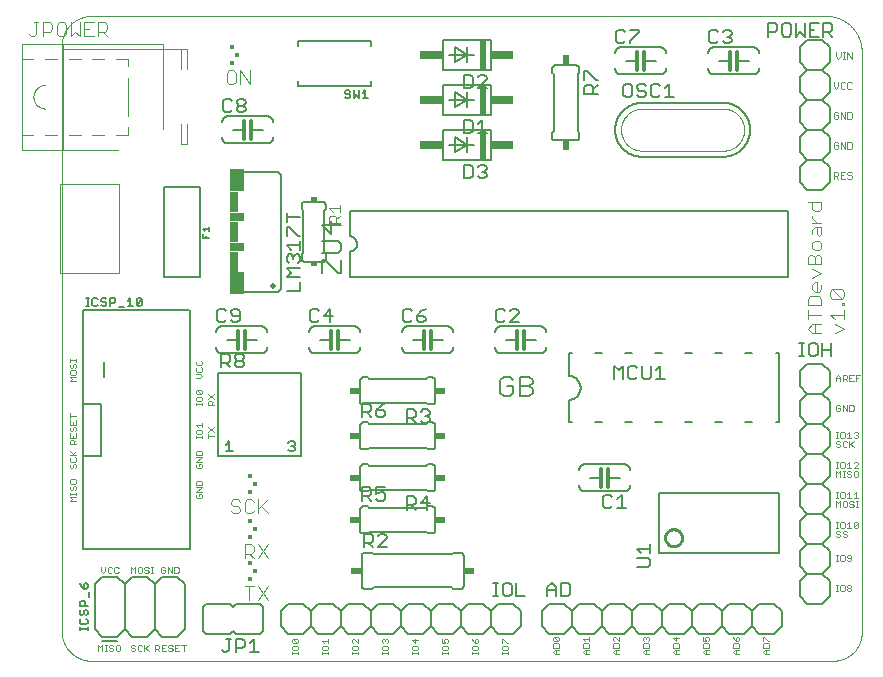
<source format=gto>
G75*
%MOIN*%
%OFA0B0*%
%FSLAX25Y25*%
%IPPOS*%
%LPD*%
%AMOC8*
5,1,8,0,0,1.08239X$1,22.5*
%
%ADD10C,0.00000*%
%ADD11C,0.00400*%
%ADD12C,0.00600*%
%ADD13C,0.00200*%
%ADD14C,0.00500*%
%ADD15C,0.01200*%
%ADD16R,0.02000X0.10000*%
%ADD17R,0.07500X0.03000*%
%ADD18C,0.00800*%
%ADD19C,0.00394*%
%ADD20C,0.02000*%
%ADD21R,0.05000X0.07500*%
%ADD22R,0.03000X0.07000*%
%ADD23R,0.05000X0.03000*%
%ADD24R,0.01673X0.01280*%
%ADD25R,0.01378X0.01378*%
%ADD26R,0.02400X0.03400*%
%ADD27R,0.02000X0.01500*%
%ADD28C,0.01000*%
%ADD29C,0.00700*%
%ADD30R,0.03400X0.02400*%
%ADD31C,0.00197*%
D10*
X0014520Y0010050D02*
X0014520Y0206010D01*
X0014523Y0206252D01*
X0014532Y0206493D01*
X0014546Y0206734D01*
X0014567Y0206975D01*
X0014593Y0207215D01*
X0014625Y0207455D01*
X0014663Y0207694D01*
X0014706Y0207931D01*
X0014756Y0208168D01*
X0014811Y0208403D01*
X0014871Y0208637D01*
X0014938Y0208869D01*
X0015009Y0209100D01*
X0015087Y0209329D01*
X0015170Y0209556D01*
X0015258Y0209781D01*
X0015352Y0210004D01*
X0015451Y0210224D01*
X0015556Y0210442D01*
X0015665Y0210657D01*
X0015780Y0210870D01*
X0015900Y0211080D01*
X0016025Y0211286D01*
X0016155Y0211490D01*
X0016290Y0211691D01*
X0016430Y0211888D01*
X0016574Y0212082D01*
X0016723Y0212272D01*
X0016877Y0212458D01*
X0017035Y0212641D01*
X0017197Y0212820D01*
X0017364Y0212995D01*
X0017535Y0213166D01*
X0017710Y0213333D01*
X0017889Y0213495D01*
X0018072Y0213653D01*
X0018258Y0213807D01*
X0018448Y0213956D01*
X0018642Y0214100D01*
X0018839Y0214240D01*
X0019040Y0214375D01*
X0019244Y0214505D01*
X0019450Y0214630D01*
X0019660Y0214750D01*
X0019873Y0214865D01*
X0020088Y0214974D01*
X0020306Y0215079D01*
X0020526Y0215178D01*
X0020749Y0215272D01*
X0020974Y0215360D01*
X0021201Y0215443D01*
X0021430Y0215521D01*
X0021661Y0215592D01*
X0021893Y0215659D01*
X0022127Y0215719D01*
X0022362Y0215774D01*
X0022599Y0215824D01*
X0022836Y0215867D01*
X0023075Y0215905D01*
X0023315Y0215937D01*
X0023555Y0215963D01*
X0023796Y0215984D01*
X0024037Y0215998D01*
X0024278Y0216007D01*
X0024520Y0216010D01*
X0269205Y0216010D01*
X0269205Y0216011D02*
X0269495Y0216007D01*
X0269786Y0215997D01*
X0270075Y0215979D01*
X0270365Y0215955D01*
X0270653Y0215923D01*
X0270941Y0215885D01*
X0271228Y0215839D01*
X0271514Y0215787D01*
X0271798Y0215728D01*
X0272081Y0215662D01*
X0272362Y0215589D01*
X0272641Y0215509D01*
X0272918Y0215423D01*
X0273193Y0215330D01*
X0273466Y0215230D01*
X0273736Y0215124D01*
X0274004Y0215011D01*
X0274269Y0214892D01*
X0274530Y0214766D01*
X0274789Y0214635D01*
X0275045Y0214497D01*
X0275297Y0214352D01*
X0275545Y0214202D01*
X0275790Y0214046D01*
X0276031Y0213884D01*
X0276268Y0213716D01*
X0276501Y0213543D01*
X0276729Y0213364D01*
X0276953Y0213179D01*
X0277173Y0212989D01*
X0277388Y0212794D01*
X0277598Y0212594D01*
X0277804Y0212388D01*
X0278004Y0212178D01*
X0278199Y0211963D01*
X0278389Y0211743D01*
X0278574Y0211519D01*
X0278753Y0211291D01*
X0278926Y0211058D01*
X0279094Y0210821D01*
X0279256Y0210580D01*
X0279412Y0210335D01*
X0279562Y0210087D01*
X0279707Y0209835D01*
X0279845Y0209579D01*
X0279976Y0209320D01*
X0280102Y0209059D01*
X0280221Y0208794D01*
X0280334Y0208526D01*
X0280440Y0208256D01*
X0280540Y0207983D01*
X0280633Y0207708D01*
X0280719Y0207431D01*
X0280799Y0207152D01*
X0280872Y0206871D01*
X0280938Y0206588D01*
X0280997Y0206304D01*
X0281049Y0206018D01*
X0281095Y0205731D01*
X0281133Y0205443D01*
X0281165Y0205155D01*
X0281189Y0204865D01*
X0281207Y0204576D01*
X0281217Y0204285D01*
X0281221Y0203995D01*
X0281220Y0203995D02*
X0281220Y0011050D01*
X0281229Y0010820D01*
X0281233Y0010590D01*
X0281231Y0010361D01*
X0281224Y0010131D01*
X0281211Y0009901D01*
X0281192Y0009672D01*
X0281168Y0009443D01*
X0281139Y0009216D01*
X0281104Y0008988D01*
X0281063Y0008762D01*
X0281018Y0008537D01*
X0280966Y0008313D01*
X0280909Y0008090D01*
X0280847Y0007869D01*
X0280780Y0007649D01*
X0280707Y0007431D01*
X0280629Y0007214D01*
X0280546Y0007000D01*
X0280458Y0006788D01*
X0280364Y0006578D01*
X0280266Y0006370D01*
X0280162Y0006165D01*
X0280054Y0005962D01*
X0279940Y0005762D01*
X0279822Y0005565D01*
X0279699Y0005371D01*
X0279572Y0005179D01*
X0279440Y0004991D01*
X0279303Y0004806D01*
X0279162Y0004625D01*
X0279017Y0004447D01*
X0278867Y0004272D01*
X0278714Y0004101D01*
X0278556Y0003934D01*
X0278394Y0003771D01*
X0278228Y0003612D01*
X0278058Y0003456D01*
X0277885Y0003305D01*
X0277708Y0003158D01*
X0277528Y0003016D01*
X0277344Y0002878D01*
X0277157Y0002744D01*
X0276967Y0002615D01*
X0276774Y0002490D01*
X0276578Y0002371D01*
X0276378Y0002256D01*
X0276177Y0002146D01*
X0275972Y0002040D01*
X0275765Y0001940D01*
X0275556Y0001845D01*
X0275345Y0001755D01*
X0275131Y0001670D01*
X0274916Y0001590D01*
X0274698Y0001515D01*
X0274479Y0001446D01*
X0274258Y0001382D01*
X0274036Y0001323D01*
X0273812Y0001270D01*
X0273587Y0001222D01*
X0273361Y0001180D01*
X0273135Y0001143D01*
X0272907Y0001111D01*
X0272678Y0001085D01*
X0272449Y0001065D01*
X0272220Y0001050D01*
X0025520Y0001050D01*
X0025278Y0001029D01*
X0025036Y0001013D01*
X0024793Y0001004D01*
X0024550Y0001000D01*
X0024307Y0001002D01*
X0024065Y0001010D01*
X0023822Y0001024D01*
X0023580Y0001044D01*
X0023339Y0001070D01*
X0023098Y0001101D01*
X0022858Y0001138D01*
X0022619Y0001181D01*
X0022381Y0001230D01*
X0022144Y0001285D01*
X0021909Y0001345D01*
X0021675Y0001411D01*
X0021443Y0001483D01*
X0021213Y0001560D01*
X0020984Y0001642D01*
X0020758Y0001731D01*
X0020534Y0001824D01*
X0020312Y0001923D01*
X0020093Y0002028D01*
X0019876Y0002137D01*
X0019662Y0002252D01*
X0019451Y0002372D01*
X0019243Y0002497D01*
X0019038Y0002627D01*
X0018836Y0002762D01*
X0018637Y0002902D01*
X0018442Y0003046D01*
X0018250Y0003195D01*
X0018062Y0003349D01*
X0017878Y0003507D01*
X0017698Y0003670D01*
X0017522Y0003837D01*
X0017349Y0004008D01*
X0017181Y0004184D01*
X0017018Y0004363D01*
X0016858Y0004546D01*
X0016703Y0004733D01*
X0016553Y0004924D01*
X0016407Y0005118D01*
X0016266Y0005316D01*
X0016130Y0005517D01*
X0015999Y0005722D01*
X0015873Y0005929D01*
X0015751Y0006140D01*
X0015635Y0006353D01*
X0015524Y0006569D01*
X0015419Y0006788D01*
X0015318Y0007009D01*
X0015223Y0007232D01*
X0015134Y0007458D01*
X0015050Y0007686D01*
X0014971Y0007916D01*
X0014898Y0008147D01*
X0014831Y0008381D01*
X0014769Y0008616D01*
X0014713Y0008852D01*
X0014663Y0009090D01*
X0014619Y0009328D01*
X0014580Y0009568D01*
X0014547Y0009809D01*
X0014520Y0010050D01*
D11*
X0070908Y0051017D02*
X0071675Y0050250D01*
X0073210Y0050250D01*
X0073977Y0051017D01*
X0073977Y0051784D01*
X0073210Y0052552D01*
X0071675Y0052552D01*
X0070908Y0053319D01*
X0070908Y0054086D01*
X0071675Y0054854D01*
X0073210Y0054854D01*
X0073977Y0054086D01*
X0075512Y0054086D02*
X0075512Y0051017D01*
X0076279Y0050250D01*
X0077814Y0050250D01*
X0078581Y0051017D01*
X0080116Y0050250D02*
X0080116Y0054854D01*
X0078581Y0054086D02*
X0077814Y0054854D01*
X0076279Y0054854D01*
X0075512Y0054086D01*
X0080116Y0051784D02*
X0083185Y0054854D01*
X0080883Y0052552D02*
X0083185Y0050250D01*
X0083185Y0039854D02*
X0080116Y0035250D01*
X0078581Y0035250D02*
X0077046Y0036784D01*
X0077814Y0036784D02*
X0075512Y0036784D01*
X0075512Y0035250D02*
X0075512Y0039854D01*
X0077814Y0039854D01*
X0078581Y0039086D01*
X0078581Y0037552D01*
X0077814Y0036784D01*
X0080116Y0039854D02*
X0083185Y0035250D01*
X0083185Y0025854D02*
X0080116Y0021250D01*
X0083185Y0021250D02*
X0080116Y0025854D01*
X0078581Y0025854D02*
X0075512Y0025854D01*
X0077046Y0025854D02*
X0077046Y0021250D01*
X0103817Y0147068D02*
X0103817Y0148819D01*
X0104401Y0149403D01*
X0105568Y0149403D01*
X0106152Y0148819D01*
X0106152Y0147068D01*
X0106152Y0148235D02*
X0107320Y0149403D01*
X0107320Y0150659D02*
X0107320Y0152994D01*
X0107320Y0151826D02*
X0103817Y0151826D01*
X0104984Y0150659D01*
X0103817Y0147068D02*
X0107320Y0147068D01*
X0077185Y0193250D02*
X0077185Y0197854D01*
X0074116Y0197854D02*
X0077185Y0193250D01*
X0074116Y0193250D02*
X0074116Y0197854D01*
X0072581Y0197086D02*
X0071814Y0197854D01*
X0070279Y0197854D01*
X0069512Y0197086D01*
X0069512Y0194017D01*
X0070279Y0193250D01*
X0071814Y0193250D01*
X0072581Y0194017D01*
X0072581Y0197086D01*
X0029809Y0209250D02*
X0028274Y0210784D01*
X0029041Y0210784D02*
X0026739Y0210784D01*
X0026739Y0209250D02*
X0026739Y0213854D01*
X0029041Y0213854D01*
X0029809Y0213086D01*
X0029809Y0211552D01*
X0029041Y0210784D01*
X0025205Y0209250D02*
X0022135Y0209250D01*
X0022135Y0213854D01*
X0025205Y0213854D01*
X0023670Y0211552D02*
X0022135Y0211552D01*
X0020601Y0209250D02*
X0020601Y0213854D01*
X0017531Y0213854D02*
X0017531Y0209250D01*
X0019066Y0210784D01*
X0020601Y0209250D01*
X0015997Y0210017D02*
X0015997Y0213086D01*
X0015229Y0213854D01*
X0013695Y0213854D01*
X0012928Y0213086D01*
X0012928Y0210017D01*
X0013695Y0209250D01*
X0015229Y0209250D01*
X0015997Y0210017D01*
X0011393Y0211552D02*
X0010626Y0210784D01*
X0008324Y0210784D01*
X0008324Y0209250D02*
X0008324Y0213854D01*
X0010626Y0213854D01*
X0011393Y0213086D01*
X0011393Y0211552D01*
X0006789Y0213854D02*
X0005254Y0213854D01*
X0006022Y0213854D02*
X0006022Y0210017D01*
X0005254Y0209250D01*
X0004487Y0209250D01*
X0003720Y0210017D01*
X0263216Y0153987D02*
X0267820Y0153987D01*
X0267820Y0151685D01*
X0267052Y0150918D01*
X0265518Y0150918D01*
X0264750Y0151685D01*
X0264750Y0153987D01*
X0264750Y0149383D02*
X0264750Y0148616D01*
X0266285Y0147081D01*
X0266285Y0145547D02*
X0266285Y0143245D01*
X0267052Y0142477D01*
X0267820Y0143245D01*
X0267820Y0145547D01*
X0265518Y0145547D01*
X0264750Y0144779D01*
X0264750Y0143245D01*
X0265518Y0140943D02*
X0264750Y0140175D01*
X0264750Y0138641D01*
X0265518Y0137873D01*
X0267052Y0137873D01*
X0267820Y0138641D01*
X0267820Y0140175D01*
X0267052Y0140943D01*
X0265518Y0140943D01*
X0266285Y0136339D02*
X0265518Y0135571D01*
X0265518Y0133269D01*
X0264750Y0131735D02*
X0267820Y0130200D01*
X0264750Y0128666D01*
X0265518Y0127131D02*
X0266285Y0127131D01*
X0266285Y0124062D01*
X0267052Y0124062D02*
X0265518Y0124062D01*
X0264750Y0124829D01*
X0264750Y0126364D01*
X0265518Y0127131D01*
X0267820Y0126364D02*
X0267820Y0124829D01*
X0267052Y0124062D01*
X0267052Y0122527D02*
X0263983Y0122527D01*
X0263216Y0121760D01*
X0263216Y0119458D01*
X0267820Y0119458D01*
X0267820Y0121760D01*
X0267052Y0122527D01*
X0270716Y0122527D02*
X0270716Y0124062D01*
X0271483Y0124829D01*
X0274552Y0121760D01*
X0275320Y0122527D01*
X0275320Y0124062D01*
X0274552Y0124829D01*
X0271483Y0124829D01*
X0270716Y0122527D02*
X0271483Y0121760D01*
X0274552Y0121760D01*
X0274552Y0120225D02*
X0275320Y0120225D01*
X0275320Y0119458D01*
X0274552Y0119458D01*
X0274552Y0120225D01*
X0275320Y0117923D02*
X0275320Y0114854D01*
X0275320Y0116388D02*
X0270716Y0116388D01*
X0272250Y0114854D01*
X0272250Y0113319D02*
X0275320Y0111784D01*
X0272250Y0110250D01*
X0267820Y0110250D02*
X0264750Y0110250D01*
X0263216Y0111784D01*
X0264750Y0113319D01*
X0267820Y0113319D01*
X0265518Y0113319D02*
X0265518Y0110250D01*
X0263216Y0114854D02*
X0263216Y0117923D01*
X0263216Y0116388D02*
X0267820Y0116388D01*
X0267820Y0133269D02*
X0263216Y0133269D01*
X0263216Y0135571D01*
X0263983Y0136339D01*
X0264750Y0136339D01*
X0265518Y0135571D01*
X0266285Y0136339D02*
X0267052Y0136339D01*
X0267820Y0135571D01*
X0267820Y0133269D01*
X0267820Y0147081D02*
X0264750Y0147081D01*
D12*
X0256520Y0151050D02*
X0256520Y0129050D01*
X0110520Y0129050D01*
X0110520Y0137550D01*
X0110618Y0137552D01*
X0110716Y0137558D01*
X0110814Y0137567D01*
X0110911Y0137581D01*
X0111008Y0137598D01*
X0111104Y0137619D01*
X0111199Y0137644D01*
X0111293Y0137672D01*
X0111385Y0137705D01*
X0111477Y0137740D01*
X0111567Y0137780D01*
X0111655Y0137822D01*
X0111742Y0137869D01*
X0111826Y0137918D01*
X0111909Y0137971D01*
X0111989Y0138027D01*
X0112068Y0138087D01*
X0112144Y0138149D01*
X0112217Y0138214D01*
X0112288Y0138282D01*
X0112356Y0138353D01*
X0112421Y0138426D01*
X0112483Y0138502D01*
X0112543Y0138581D01*
X0112599Y0138661D01*
X0112652Y0138744D01*
X0112701Y0138828D01*
X0112748Y0138915D01*
X0112790Y0139003D01*
X0112830Y0139093D01*
X0112865Y0139185D01*
X0112898Y0139277D01*
X0112926Y0139371D01*
X0112951Y0139466D01*
X0112972Y0139562D01*
X0112989Y0139659D01*
X0113003Y0139756D01*
X0113012Y0139854D01*
X0113018Y0139952D01*
X0113020Y0140050D01*
X0113018Y0140148D01*
X0113012Y0140246D01*
X0113003Y0140344D01*
X0112989Y0140441D01*
X0112972Y0140538D01*
X0112951Y0140634D01*
X0112926Y0140729D01*
X0112898Y0140823D01*
X0112865Y0140915D01*
X0112830Y0141007D01*
X0112790Y0141097D01*
X0112748Y0141185D01*
X0112701Y0141272D01*
X0112652Y0141356D01*
X0112599Y0141439D01*
X0112543Y0141519D01*
X0112483Y0141598D01*
X0112421Y0141674D01*
X0112356Y0141747D01*
X0112288Y0141818D01*
X0112217Y0141886D01*
X0112144Y0141951D01*
X0112068Y0142013D01*
X0111989Y0142073D01*
X0111909Y0142129D01*
X0111826Y0142182D01*
X0111742Y0142231D01*
X0111655Y0142278D01*
X0111567Y0142320D01*
X0111477Y0142360D01*
X0111385Y0142395D01*
X0111293Y0142428D01*
X0111199Y0142456D01*
X0111104Y0142481D01*
X0111008Y0142502D01*
X0110911Y0142519D01*
X0110814Y0142533D01*
X0110716Y0142542D01*
X0110618Y0142548D01*
X0110520Y0142550D01*
X0110520Y0151050D01*
X0256520Y0151050D01*
X0263020Y0158050D02*
X0260520Y0160550D01*
X0260520Y0165550D01*
X0263020Y0168050D01*
X0260520Y0170550D01*
X0260520Y0175550D01*
X0263020Y0178050D01*
X0268020Y0178050D01*
X0270520Y0175550D01*
X0270520Y0170550D01*
X0268020Y0168050D01*
X0270520Y0165550D01*
X0270520Y0160550D01*
X0268020Y0158050D01*
X0263020Y0158050D01*
X0263020Y0168050D02*
X0268020Y0168050D01*
X0268020Y0178050D02*
X0270520Y0180550D01*
X0270520Y0185550D01*
X0268020Y0188050D01*
X0270520Y0190550D01*
X0270520Y0195550D01*
X0268020Y0198050D01*
X0270520Y0200550D01*
X0270520Y0205550D01*
X0268020Y0208050D01*
X0263020Y0208050D01*
X0260520Y0205550D01*
X0260520Y0200550D01*
X0263020Y0198050D01*
X0268020Y0198050D01*
X0263020Y0198050D02*
X0260520Y0195550D01*
X0260520Y0190550D01*
X0263020Y0188050D01*
X0268020Y0188050D01*
X0263020Y0188050D02*
X0260520Y0185550D01*
X0260520Y0180550D01*
X0263020Y0178050D01*
X0245020Y0196550D02*
X0232020Y0196550D01*
X0231933Y0196552D01*
X0231846Y0196558D01*
X0231759Y0196567D01*
X0231673Y0196580D01*
X0231587Y0196597D01*
X0231502Y0196618D01*
X0231419Y0196643D01*
X0231336Y0196671D01*
X0231255Y0196702D01*
X0231175Y0196737D01*
X0231097Y0196776D01*
X0231020Y0196818D01*
X0230945Y0196863D01*
X0230873Y0196912D01*
X0230802Y0196963D01*
X0230734Y0197018D01*
X0230669Y0197075D01*
X0230606Y0197136D01*
X0230545Y0197199D01*
X0230488Y0197264D01*
X0230433Y0197332D01*
X0230382Y0197403D01*
X0230333Y0197475D01*
X0230288Y0197550D01*
X0230246Y0197627D01*
X0230207Y0197705D01*
X0230172Y0197785D01*
X0230141Y0197866D01*
X0230113Y0197949D01*
X0230088Y0198032D01*
X0230067Y0198117D01*
X0230050Y0198203D01*
X0230037Y0198289D01*
X0230028Y0198376D01*
X0230022Y0198463D01*
X0230020Y0198550D01*
X0233520Y0201050D02*
X0237320Y0201050D01*
X0239820Y0201050D02*
X0243520Y0201050D01*
X0247020Y0203550D02*
X0247018Y0203637D01*
X0247012Y0203724D01*
X0247003Y0203811D01*
X0246990Y0203897D01*
X0246973Y0203983D01*
X0246952Y0204068D01*
X0246927Y0204151D01*
X0246899Y0204234D01*
X0246868Y0204315D01*
X0246833Y0204395D01*
X0246794Y0204473D01*
X0246752Y0204550D01*
X0246707Y0204625D01*
X0246658Y0204697D01*
X0246607Y0204768D01*
X0246552Y0204836D01*
X0246495Y0204901D01*
X0246434Y0204964D01*
X0246371Y0205025D01*
X0246306Y0205082D01*
X0246238Y0205137D01*
X0246167Y0205188D01*
X0246095Y0205237D01*
X0246020Y0205282D01*
X0245943Y0205324D01*
X0245865Y0205363D01*
X0245785Y0205398D01*
X0245704Y0205429D01*
X0245621Y0205457D01*
X0245538Y0205482D01*
X0245453Y0205503D01*
X0245367Y0205520D01*
X0245281Y0205533D01*
X0245194Y0205542D01*
X0245107Y0205548D01*
X0245020Y0205550D01*
X0232020Y0205550D01*
X0231933Y0205548D01*
X0231846Y0205542D01*
X0231759Y0205533D01*
X0231673Y0205520D01*
X0231587Y0205503D01*
X0231502Y0205482D01*
X0231419Y0205457D01*
X0231336Y0205429D01*
X0231255Y0205398D01*
X0231175Y0205363D01*
X0231097Y0205324D01*
X0231020Y0205282D01*
X0230945Y0205237D01*
X0230873Y0205188D01*
X0230802Y0205137D01*
X0230734Y0205082D01*
X0230669Y0205025D01*
X0230606Y0204964D01*
X0230545Y0204901D01*
X0230488Y0204836D01*
X0230433Y0204768D01*
X0230382Y0204697D01*
X0230333Y0204625D01*
X0230288Y0204550D01*
X0230246Y0204473D01*
X0230207Y0204395D01*
X0230172Y0204315D01*
X0230141Y0204234D01*
X0230113Y0204151D01*
X0230088Y0204068D01*
X0230067Y0203983D01*
X0230050Y0203897D01*
X0230037Y0203811D01*
X0230028Y0203724D01*
X0230022Y0203637D01*
X0230020Y0203550D01*
X0245020Y0196550D02*
X0245107Y0196552D01*
X0245194Y0196558D01*
X0245281Y0196567D01*
X0245367Y0196580D01*
X0245453Y0196597D01*
X0245538Y0196618D01*
X0245621Y0196643D01*
X0245704Y0196671D01*
X0245785Y0196702D01*
X0245865Y0196737D01*
X0245943Y0196776D01*
X0246020Y0196818D01*
X0246095Y0196863D01*
X0246167Y0196912D01*
X0246238Y0196963D01*
X0246306Y0197018D01*
X0246371Y0197075D01*
X0246434Y0197136D01*
X0246495Y0197199D01*
X0246552Y0197264D01*
X0246607Y0197332D01*
X0246658Y0197403D01*
X0246707Y0197475D01*
X0246752Y0197550D01*
X0246794Y0197627D01*
X0246833Y0197705D01*
X0246868Y0197785D01*
X0246899Y0197866D01*
X0246927Y0197949D01*
X0246952Y0198032D01*
X0246973Y0198117D01*
X0246990Y0198203D01*
X0247003Y0198289D01*
X0247012Y0198376D01*
X0247018Y0198463D01*
X0247020Y0198550D01*
X0235020Y0187050D02*
X0208020Y0187050D01*
X0207801Y0187047D01*
X0207582Y0187039D01*
X0207363Y0187026D01*
X0207145Y0187007D01*
X0206927Y0186983D01*
X0206710Y0186954D01*
X0206493Y0186920D01*
X0206278Y0186880D01*
X0206063Y0186835D01*
X0205850Y0186784D01*
X0205638Y0186729D01*
X0205427Y0186668D01*
X0205218Y0186603D01*
X0205011Y0186532D01*
X0204805Y0186456D01*
X0204601Y0186375D01*
X0204399Y0186290D01*
X0204200Y0186199D01*
X0204003Y0186104D01*
X0203808Y0186003D01*
X0203615Y0185898D01*
X0203425Y0185789D01*
X0203238Y0185675D01*
X0203054Y0185556D01*
X0202873Y0185433D01*
X0202695Y0185305D01*
X0202519Y0185173D01*
X0202348Y0185037D01*
X0202179Y0184897D01*
X0202014Y0184753D01*
X0201853Y0184605D01*
X0201695Y0184453D01*
X0201541Y0184297D01*
X0201391Y0184137D01*
X0201244Y0183974D01*
X0201102Y0183807D01*
X0200964Y0183637D01*
X0200830Y0183463D01*
X0200700Y0183287D01*
X0200575Y0183107D01*
X0200454Y0182924D01*
X0200338Y0182738D01*
X0200226Y0182550D01*
X0200119Y0182359D01*
X0200016Y0182165D01*
X0199918Y0181969D01*
X0199825Y0181771D01*
X0199737Y0181570D01*
X0199654Y0181367D01*
X0199575Y0181162D01*
X0199502Y0180956D01*
X0199434Y0180748D01*
X0199371Y0180538D01*
X0199313Y0180326D01*
X0199260Y0180114D01*
X0199212Y0179900D01*
X0199170Y0179685D01*
X0199133Y0179469D01*
X0199101Y0179252D01*
X0199074Y0179034D01*
X0199053Y0178816D01*
X0199037Y0178598D01*
X0199026Y0178379D01*
X0199021Y0178160D01*
X0199021Y0177940D01*
X0199026Y0177721D01*
X0199037Y0177502D01*
X0199053Y0177284D01*
X0199074Y0177066D01*
X0199101Y0176848D01*
X0199133Y0176631D01*
X0199170Y0176415D01*
X0199212Y0176200D01*
X0199260Y0175986D01*
X0199313Y0175774D01*
X0199371Y0175562D01*
X0199434Y0175352D01*
X0199502Y0175144D01*
X0199575Y0174938D01*
X0199654Y0174733D01*
X0199737Y0174530D01*
X0199825Y0174329D01*
X0199918Y0174131D01*
X0200016Y0173935D01*
X0200119Y0173741D01*
X0200226Y0173550D01*
X0200338Y0173362D01*
X0200454Y0173176D01*
X0200575Y0172993D01*
X0200700Y0172813D01*
X0200830Y0172637D01*
X0200964Y0172463D01*
X0201102Y0172293D01*
X0201244Y0172126D01*
X0201391Y0171963D01*
X0201541Y0171803D01*
X0201695Y0171647D01*
X0201853Y0171495D01*
X0202014Y0171347D01*
X0202179Y0171203D01*
X0202348Y0171063D01*
X0202519Y0170927D01*
X0202695Y0170795D01*
X0202873Y0170667D01*
X0203054Y0170544D01*
X0203238Y0170425D01*
X0203425Y0170311D01*
X0203615Y0170202D01*
X0203808Y0170097D01*
X0204003Y0169996D01*
X0204200Y0169901D01*
X0204399Y0169810D01*
X0204601Y0169725D01*
X0204805Y0169644D01*
X0205011Y0169568D01*
X0205218Y0169497D01*
X0205427Y0169432D01*
X0205638Y0169371D01*
X0205850Y0169316D01*
X0206063Y0169265D01*
X0206278Y0169220D01*
X0206493Y0169180D01*
X0206710Y0169146D01*
X0206927Y0169117D01*
X0207145Y0169093D01*
X0207363Y0169074D01*
X0207582Y0169061D01*
X0207801Y0169053D01*
X0208020Y0169050D01*
X0235020Y0169050D01*
X0235239Y0169053D01*
X0235458Y0169061D01*
X0235677Y0169074D01*
X0235895Y0169093D01*
X0236113Y0169117D01*
X0236330Y0169146D01*
X0236547Y0169180D01*
X0236762Y0169220D01*
X0236977Y0169265D01*
X0237190Y0169316D01*
X0237402Y0169371D01*
X0237613Y0169432D01*
X0237822Y0169497D01*
X0238029Y0169568D01*
X0238235Y0169644D01*
X0238439Y0169725D01*
X0238641Y0169810D01*
X0238840Y0169901D01*
X0239037Y0169996D01*
X0239232Y0170097D01*
X0239425Y0170202D01*
X0239615Y0170311D01*
X0239802Y0170425D01*
X0239986Y0170544D01*
X0240167Y0170667D01*
X0240345Y0170795D01*
X0240521Y0170927D01*
X0240692Y0171063D01*
X0240861Y0171203D01*
X0241026Y0171347D01*
X0241187Y0171495D01*
X0241345Y0171647D01*
X0241499Y0171803D01*
X0241649Y0171963D01*
X0241796Y0172126D01*
X0241938Y0172293D01*
X0242076Y0172463D01*
X0242210Y0172637D01*
X0242340Y0172813D01*
X0242465Y0172993D01*
X0242586Y0173176D01*
X0242702Y0173362D01*
X0242814Y0173550D01*
X0242921Y0173741D01*
X0243024Y0173935D01*
X0243122Y0174131D01*
X0243215Y0174329D01*
X0243303Y0174530D01*
X0243386Y0174733D01*
X0243465Y0174938D01*
X0243538Y0175144D01*
X0243606Y0175352D01*
X0243669Y0175562D01*
X0243727Y0175774D01*
X0243780Y0175986D01*
X0243828Y0176200D01*
X0243870Y0176415D01*
X0243907Y0176631D01*
X0243939Y0176848D01*
X0243966Y0177066D01*
X0243987Y0177284D01*
X0244003Y0177502D01*
X0244014Y0177721D01*
X0244019Y0177940D01*
X0244019Y0178160D01*
X0244014Y0178379D01*
X0244003Y0178598D01*
X0243987Y0178816D01*
X0243966Y0179034D01*
X0243939Y0179252D01*
X0243907Y0179469D01*
X0243870Y0179685D01*
X0243828Y0179900D01*
X0243780Y0180114D01*
X0243727Y0180326D01*
X0243669Y0180538D01*
X0243606Y0180748D01*
X0243538Y0180956D01*
X0243465Y0181162D01*
X0243386Y0181367D01*
X0243303Y0181570D01*
X0243215Y0181771D01*
X0243122Y0181969D01*
X0243024Y0182165D01*
X0242921Y0182359D01*
X0242814Y0182550D01*
X0242702Y0182738D01*
X0242586Y0182924D01*
X0242465Y0183107D01*
X0242340Y0183287D01*
X0242210Y0183463D01*
X0242076Y0183637D01*
X0241938Y0183807D01*
X0241796Y0183974D01*
X0241649Y0184137D01*
X0241499Y0184297D01*
X0241345Y0184453D01*
X0241187Y0184605D01*
X0241026Y0184753D01*
X0240861Y0184897D01*
X0240692Y0185037D01*
X0240521Y0185173D01*
X0240345Y0185305D01*
X0240167Y0185433D01*
X0239986Y0185556D01*
X0239802Y0185675D01*
X0239615Y0185789D01*
X0239425Y0185898D01*
X0239232Y0186003D01*
X0239037Y0186104D01*
X0238840Y0186199D01*
X0238641Y0186290D01*
X0238439Y0186375D01*
X0238235Y0186456D01*
X0238029Y0186532D01*
X0237822Y0186603D01*
X0237613Y0186668D01*
X0237402Y0186729D01*
X0237190Y0186784D01*
X0236977Y0186835D01*
X0236762Y0186880D01*
X0236547Y0186920D01*
X0236330Y0186954D01*
X0236113Y0186983D01*
X0235895Y0187007D01*
X0235677Y0187026D01*
X0235458Y0187039D01*
X0235239Y0187047D01*
X0235020Y0187050D01*
X0214020Y0196550D02*
X0201020Y0196550D01*
X0200933Y0196552D01*
X0200846Y0196558D01*
X0200759Y0196567D01*
X0200673Y0196580D01*
X0200587Y0196597D01*
X0200502Y0196618D01*
X0200419Y0196643D01*
X0200336Y0196671D01*
X0200255Y0196702D01*
X0200175Y0196737D01*
X0200097Y0196776D01*
X0200020Y0196818D01*
X0199945Y0196863D01*
X0199873Y0196912D01*
X0199802Y0196963D01*
X0199734Y0197018D01*
X0199669Y0197075D01*
X0199606Y0197136D01*
X0199545Y0197199D01*
X0199488Y0197264D01*
X0199433Y0197332D01*
X0199382Y0197403D01*
X0199333Y0197475D01*
X0199288Y0197550D01*
X0199246Y0197627D01*
X0199207Y0197705D01*
X0199172Y0197785D01*
X0199141Y0197866D01*
X0199113Y0197949D01*
X0199088Y0198032D01*
X0199067Y0198117D01*
X0199050Y0198203D01*
X0199037Y0198289D01*
X0199028Y0198376D01*
X0199022Y0198463D01*
X0199020Y0198550D01*
X0202520Y0201050D02*
X0206320Y0201050D01*
X0208820Y0201050D02*
X0212520Y0201050D01*
X0216020Y0203550D02*
X0216018Y0203637D01*
X0216012Y0203724D01*
X0216003Y0203811D01*
X0215990Y0203897D01*
X0215973Y0203983D01*
X0215952Y0204068D01*
X0215927Y0204151D01*
X0215899Y0204234D01*
X0215868Y0204315D01*
X0215833Y0204395D01*
X0215794Y0204473D01*
X0215752Y0204550D01*
X0215707Y0204625D01*
X0215658Y0204697D01*
X0215607Y0204768D01*
X0215552Y0204836D01*
X0215495Y0204901D01*
X0215434Y0204964D01*
X0215371Y0205025D01*
X0215306Y0205082D01*
X0215238Y0205137D01*
X0215167Y0205188D01*
X0215095Y0205237D01*
X0215020Y0205282D01*
X0214943Y0205324D01*
X0214865Y0205363D01*
X0214785Y0205398D01*
X0214704Y0205429D01*
X0214621Y0205457D01*
X0214538Y0205482D01*
X0214453Y0205503D01*
X0214367Y0205520D01*
X0214281Y0205533D01*
X0214194Y0205542D01*
X0214107Y0205548D01*
X0214020Y0205550D01*
X0201020Y0205550D01*
X0200933Y0205548D01*
X0200846Y0205542D01*
X0200759Y0205533D01*
X0200673Y0205520D01*
X0200587Y0205503D01*
X0200502Y0205482D01*
X0200419Y0205457D01*
X0200336Y0205429D01*
X0200255Y0205398D01*
X0200175Y0205363D01*
X0200097Y0205324D01*
X0200020Y0205282D01*
X0199945Y0205237D01*
X0199873Y0205188D01*
X0199802Y0205137D01*
X0199734Y0205082D01*
X0199669Y0205025D01*
X0199606Y0204964D01*
X0199545Y0204901D01*
X0199488Y0204836D01*
X0199433Y0204768D01*
X0199382Y0204697D01*
X0199333Y0204625D01*
X0199288Y0204550D01*
X0199246Y0204473D01*
X0199207Y0204395D01*
X0199172Y0204315D01*
X0199141Y0204234D01*
X0199113Y0204151D01*
X0199088Y0204068D01*
X0199067Y0203983D01*
X0199050Y0203897D01*
X0199037Y0203811D01*
X0199028Y0203724D01*
X0199022Y0203637D01*
X0199020Y0203550D01*
X0187020Y0198550D02*
X0187020Y0197050D01*
X0186520Y0196550D01*
X0186520Y0177550D01*
X0187020Y0177050D01*
X0187020Y0175550D01*
X0187018Y0175490D01*
X0187013Y0175429D01*
X0187004Y0175370D01*
X0186991Y0175311D01*
X0186975Y0175252D01*
X0186955Y0175195D01*
X0186932Y0175140D01*
X0186905Y0175085D01*
X0186876Y0175033D01*
X0186843Y0174982D01*
X0186807Y0174933D01*
X0186769Y0174887D01*
X0186727Y0174843D01*
X0186683Y0174801D01*
X0186637Y0174763D01*
X0186588Y0174727D01*
X0186537Y0174694D01*
X0186485Y0174665D01*
X0186430Y0174638D01*
X0186375Y0174615D01*
X0186318Y0174595D01*
X0186259Y0174579D01*
X0186200Y0174566D01*
X0186141Y0174557D01*
X0186080Y0174552D01*
X0186020Y0174550D01*
X0179020Y0174550D01*
X0178960Y0174552D01*
X0178899Y0174557D01*
X0178840Y0174566D01*
X0178781Y0174579D01*
X0178722Y0174595D01*
X0178665Y0174615D01*
X0178610Y0174638D01*
X0178555Y0174665D01*
X0178503Y0174694D01*
X0178452Y0174727D01*
X0178403Y0174763D01*
X0178357Y0174801D01*
X0178313Y0174843D01*
X0178271Y0174887D01*
X0178233Y0174933D01*
X0178197Y0174982D01*
X0178164Y0175033D01*
X0178135Y0175085D01*
X0178108Y0175140D01*
X0178085Y0175195D01*
X0178065Y0175252D01*
X0178049Y0175311D01*
X0178036Y0175370D01*
X0178027Y0175429D01*
X0178022Y0175490D01*
X0178020Y0175550D01*
X0178020Y0177050D01*
X0178520Y0177550D01*
X0178520Y0196550D01*
X0178020Y0197050D01*
X0178020Y0198550D01*
X0178022Y0198610D01*
X0178027Y0198671D01*
X0178036Y0198730D01*
X0178049Y0198789D01*
X0178065Y0198848D01*
X0178085Y0198905D01*
X0178108Y0198960D01*
X0178135Y0199015D01*
X0178164Y0199067D01*
X0178197Y0199118D01*
X0178233Y0199167D01*
X0178271Y0199213D01*
X0178313Y0199257D01*
X0178357Y0199299D01*
X0178403Y0199337D01*
X0178452Y0199373D01*
X0178503Y0199406D01*
X0178555Y0199435D01*
X0178610Y0199462D01*
X0178665Y0199485D01*
X0178722Y0199505D01*
X0178781Y0199521D01*
X0178840Y0199534D01*
X0178899Y0199543D01*
X0178960Y0199548D01*
X0179020Y0199550D01*
X0186020Y0199550D01*
X0186080Y0199548D01*
X0186141Y0199543D01*
X0186200Y0199534D01*
X0186259Y0199521D01*
X0186318Y0199505D01*
X0186375Y0199485D01*
X0186430Y0199462D01*
X0186485Y0199435D01*
X0186537Y0199406D01*
X0186588Y0199373D01*
X0186637Y0199337D01*
X0186683Y0199299D01*
X0186727Y0199257D01*
X0186769Y0199213D01*
X0186807Y0199167D01*
X0186843Y0199118D01*
X0186876Y0199067D01*
X0186905Y0199015D01*
X0186932Y0198960D01*
X0186955Y0198905D01*
X0186975Y0198848D01*
X0186991Y0198789D01*
X0187004Y0198730D01*
X0187013Y0198671D01*
X0187018Y0198610D01*
X0187020Y0198550D01*
X0214020Y0196550D02*
X0214107Y0196552D01*
X0214194Y0196558D01*
X0214281Y0196567D01*
X0214367Y0196580D01*
X0214453Y0196597D01*
X0214538Y0196618D01*
X0214621Y0196643D01*
X0214704Y0196671D01*
X0214785Y0196702D01*
X0214865Y0196737D01*
X0214943Y0196776D01*
X0215020Y0196818D01*
X0215095Y0196863D01*
X0215167Y0196912D01*
X0215238Y0196963D01*
X0215306Y0197018D01*
X0215371Y0197075D01*
X0215434Y0197136D01*
X0215495Y0197199D01*
X0215552Y0197264D01*
X0215607Y0197332D01*
X0215658Y0197403D01*
X0215707Y0197475D01*
X0215752Y0197550D01*
X0215794Y0197627D01*
X0215833Y0197705D01*
X0215868Y0197785D01*
X0215899Y0197866D01*
X0215927Y0197949D01*
X0215952Y0198032D01*
X0215973Y0198117D01*
X0215990Y0198203D01*
X0216003Y0198289D01*
X0216012Y0198376D01*
X0216018Y0198463D01*
X0216020Y0198550D01*
X0157520Y0198050D02*
X0157520Y0208050D01*
X0141520Y0208050D01*
X0141520Y0198050D01*
X0157520Y0198050D01*
X0152020Y0203050D02*
X0149520Y0203050D01*
X0149520Y0205550D01*
X0149520Y0203050D02*
X0149520Y0200550D01*
X0149520Y0203050D02*
X0145520Y0200550D01*
X0145520Y0205550D01*
X0149520Y0203050D01*
X0143520Y0203050D01*
X0141520Y0193050D02*
X0141520Y0183050D01*
X0157520Y0183050D01*
X0157520Y0193050D01*
X0141520Y0193050D01*
X0145520Y0190550D02*
X0149520Y0188050D01*
X0149520Y0190550D01*
X0149520Y0188050D02*
X0149520Y0185550D01*
X0149520Y0188050D02*
X0145520Y0185550D01*
X0145520Y0190550D01*
X0143520Y0188050D02*
X0149520Y0188050D01*
X0152020Y0188050D01*
X0157520Y0178050D02*
X0141520Y0178050D01*
X0141520Y0168050D01*
X0157520Y0168050D01*
X0157520Y0178050D01*
X0152020Y0173050D02*
X0149520Y0173050D01*
X0149520Y0175550D01*
X0149520Y0173050D02*
X0149520Y0170550D01*
X0149520Y0173050D02*
X0145520Y0170550D01*
X0145520Y0175550D01*
X0149520Y0173050D01*
X0143520Y0173050D01*
X0116588Y0188607D02*
X0114853Y0188607D01*
X0115721Y0188607D02*
X0115721Y0191209D01*
X0114853Y0190341D01*
X0113642Y0191209D02*
X0113642Y0188607D01*
X0112774Y0189474D01*
X0111907Y0188607D01*
X0111907Y0191209D01*
X0110695Y0190775D02*
X0110262Y0191209D01*
X0109394Y0191209D01*
X0108960Y0190775D01*
X0108960Y0190341D01*
X0109394Y0189908D01*
X0110262Y0189908D01*
X0110695Y0189474D01*
X0110695Y0189040D01*
X0110262Y0188607D01*
X0109394Y0188607D01*
X0108960Y0189040D01*
X0083020Y0182550D02*
X0070020Y0182550D01*
X0069933Y0182548D01*
X0069846Y0182542D01*
X0069759Y0182533D01*
X0069673Y0182520D01*
X0069587Y0182503D01*
X0069502Y0182482D01*
X0069419Y0182457D01*
X0069336Y0182429D01*
X0069255Y0182398D01*
X0069175Y0182363D01*
X0069097Y0182324D01*
X0069020Y0182282D01*
X0068945Y0182237D01*
X0068873Y0182188D01*
X0068802Y0182137D01*
X0068734Y0182082D01*
X0068669Y0182025D01*
X0068606Y0181964D01*
X0068545Y0181901D01*
X0068488Y0181836D01*
X0068433Y0181768D01*
X0068382Y0181697D01*
X0068333Y0181625D01*
X0068288Y0181550D01*
X0068246Y0181473D01*
X0068207Y0181395D01*
X0068172Y0181315D01*
X0068141Y0181234D01*
X0068113Y0181151D01*
X0068088Y0181068D01*
X0068067Y0180983D01*
X0068050Y0180897D01*
X0068037Y0180811D01*
X0068028Y0180724D01*
X0068022Y0180637D01*
X0068020Y0180550D01*
X0071520Y0178050D02*
X0075320Y0178050D01*
X0077820Y0178050D02*
X0081520Y0178050D01*
X0085020Y0180550D02*
X0085018Y0180637D01*
X0085012Y0180724D01*
X0085003Y0180811D01*
X0084990Y0180897D01*
X0084973Y0180983D01*
X0084952Y0181068D01*
X0084927Y0181151D01*
X0084899Y0181234D01*
X0084868Y0181315D01*
X0084833Y0181395D01*
X0084794Y0181473D01*
X0084752Y0181550D01*
X0084707Y0181625D01*
X0084658Y0181697D01*
X0084607Y0181768D01*
X0084552Y0181836D01*
X0084495Y0181901D01*
X0084434Y0181964D01*
X0084371Y0182025D01*
X0084306Y0182082D01*
X0084238Y0182137D01*
X0084167Y0182188D01*
X0084095Y0182237D01*
X0084020Y0182282D01*
X0083943Y0182324D01*
X0083865Y0182363D01*
X0083785Y0182398D01*
X0083704Y0182429D01*
X0083621Y0182457D01*
X0083538Y0182482D01*
X0083453Y0182503D01*
X0083367Y0182520D01*
X0083281Y0182533D01*
X0083194Y0182542D01*
X0083107Y0182548D01*
X0083020Y0182550D01*
X0085020Y0175550D02*
X0085018Y0175463D01*
X0085012Y0175376D01*
X0085003Y0175289D01*
X0084990Y0175203D01*
X0084973Y0175117D01*
X0084952Y0175032D01*
X0084927Y0174949D01*
X0084899Y0174866D01*
X0084868Y0174785D01*
X0084833Y0174705D01*
X0084794Y0174627D01*
X0084752Y0174550D01*
X0084707Y0174475D01*
X0084658Y0174403D01*
X0084607Y0174332D01*
X0084552Y0174264D01*
X0084495Y0174199D01*
X0084434Y0174136D01*
X0084371Y0174075D01*
X0084306Y0174018D01*
X0084238Y0173963D01*
X0084167Y0173912D01*
X0084095Y0173863D01*
X0084020Y0173818D01*
X0083943Y0173776D01*
X0083865Y0173737D01*
X0083785Y0173702D01*
X0083704Y0173671D01*
X0083621Y0173643D01*
X0083538Y0173618D01*
X0083453Y0173597D01*
X0083367Y0173580D01*
X0083281Y0173567D01*
X0083194Y0173558D01*
X0083107Y0173552D01*
X0083020Y0173550D01*
X0070020Y0173550D01*
X0069933Y0173552D01*
X0069846Y0173558D01*
X0069759Y0173567D01*
X0069673Y0173580D01*
X0069587Y0173597D01*
X0069502Y0173618D01*
X0069419Y0173643D01*
X0069336Y0173671D01*
X0069255Y0173702D01*
X0069175Y0173737D01*
X0069097Y0173776D01*
X0069020Y0173818D01*
X0068945Y0173863D01*
X0068873Y0173912D01*
X0068802Y0173963D01*
X0068734Y0174018D01*
X0068669Y0174075D01*
X0068606Y0174136D01*
X0068545Y0174199D01*
X0068488Y0174264D01*
X0068433Y0174332D01*
X0068382Y0174403D01*
X0068333Y0174475D01*
X0068288Y0174550D01*
X0068246Y0174627D01*
X0068207Y0174705D01*
X0068172Y0174785D01*
X0068141Y0174866D01*
X0068113Y0174949D01*
X0068088Y0175032D01*
X0068067Y0175117D01*
X0068050Y0175203D01*
X0068037Y0175289D01*
X0068028Y0175376D01*
X0068022Y0175463D01*
X0068020Y0175550D01*
X0075020Y0164050D02*
X0086520Y0164050D01*
X0087520Y0163050D01*
X0087520Y0125050D01*
X0086520Y0124050D01*
X0075020Y0124050D01*
X0081020Y0112550D02*
X0068020Y0112550D01*
X0067933Y0112548D01*
X0067846Y0112542D01*
X0067759Y0112533D01*
X0067673Y0112520D01*
X0067587Y0112503D01*
X0067502Y0112482D01*
X0067419Y0112457D01*
X0067336Y0112429D01*
X0067255Y0112398D01*
X0067175Y0112363D01*
X0067097Y0112324D01*
X0067020Y0112282D01*
X0066945Y0112237D01*
X0066873Y0112188D01*
X0066802Y0112137D01*
X0066734Y0112082D01*
X0066669Y0112025D01*
X0066606Y0111964D01*
X0066545Y0111901D01*
X0066488Y0111836D01*
X0066433Y0111768D01*
X0066382Y0111697D01*
X0066333Y0111625D01*
X0066288Y0111550D01*
X0066246Y0111473D01*
X0066207Y0111395D01*
X0066172Y0111315D01*
X0066141Y0111234D01*
X0066113Y0111151D01*
X0066088Y0111068D01*
X0066067Y0110983D01*
X0066050Y0110897D01*
X0066037Y0110811D01*
X0066028Y0110724D01*
X0066022Y0110637D01*
X0066020Y0110550D01*
X0069520Y0108050D02*
X0073320Y0108050D01*
X0075820Y0108050D02*
X0079520Y0108050D01*
X0083020Y0110550D02*
X0083018Y0110637D01*
X0083012Y0110724D01*
X0083003Y0110811D01*
X0082990Y0110897D01*
X0082973Y0110983D01*
X0082952Y0111068D01*
X0082927Y0111151D01*
X0082899Y0111234D01*
X0082868Y0111315D01*
X0082833Y0111395D01*
X0082794Y0111473D01*
X0082752Y0111550D01*
X0082707Y0111625D01*
X0082658Y0111697D01*
X0082607Y0111768D01*
X0082552Y0111836D01*
X0082495Y0111901D01*
X0082434Y0111964D01*
X0082371Y0112025D01*
X0082306Y0112082D01*
X0082238Y0112137D01*
X0082167Y0112188D01*
X0082095Y0112237D01*
X0082020Y0112282D01*
X0081943Y0112324D01*
X0081865Y0112363D01*
X0081785Y0112398D01*
X0081704Y0112429D01*
X0081621Y0112457D01*
X0081538Y0112482D01*
X0081453Y0112503D01*
X0081367Y0112520D01*
X0081281Y0112533D01*
X0081194Y0112542D01*
X0081107Y0112548D01*
X0081020Y0112550D01*
X0083020Y0105550D02*
X0083018Y0105463D01*
X0083012Y0105376D01*
X0083003Y0105289D01*
X0082990Y0105203D01*
X0082973Y0105117D01*
X0082952Y0105032D01*
X0082927Y0104949D01*
X0082899Y0104866D01*
X0082868Y0104785D01*
X0082833Y0104705D01*
X0082794Y0104627D01*
X0082752Y0104550D01*
X0082707Y0104475D01*
X0082658Y0104403D01*
X0082607Y0104332D01*
X0082552Y0104264D01*
X0082495Y0104199D01*
X0082434Y0104136D01*
X0082371Y0104075D01*
X0082306Y0104018D01*
X0082238Y0103963D01*
X0082167Y0103912D01*
X0082095Y0103863D01*
X0082020Y0103818D01*
X0081943Y0103776D01*
X0081865Y0103737D01*
X0081785Y0103702D01*
X0081704Y0103671D01*
X0081621Y0103643D01*
X0081538Y0103618D01*
X0081453Y0103597D01*
X0081367Y0103580D01*
X0081281Y0103567D01*
X0081194Y0103558D01*
X0081107Y0103552D01*
X0081020Y0103550D01*
X0068020Y0103550D01*
X0067933Y0103552D01*
X0067846Y0103558D01*
X0067759Y0103567D01*
X0067673Y0103580D01*
X0067587Y0103597D01*
X0067502Y0103618D01*
X0067419Y0103643D01*
X0067336Y0103671D01*
X0067255Y0103702D01*
X0067175Y0103737D01*
X0067097Y0103776D01*
X0067020Y0103818D01*
X0066945Y0103863D01*
X0066873Y0103912D01*
X0066802Y0103963D01*
X0066734Y0104018D01*
X0066669Y0104075D01*
X0066606Y0104136D01*
X0066545Y0104199D01*
X0066488Y0104264D01*
X0066433Y0104332D01*
X0066382Y0104403D01*
X0066333Y0104475D01*
X0066288Y0104550D01*
X0066246Y0104627D01*
X0066207Y0104705D01*
X0066172Y0104785D01*
X0066141Y0104866D01*
X0066113Y0104949D01*
X0066088Y0105032D01*
X0066067Y0105117D01*
X0066050Y0105203D01*
X0066037Y0105289D01*
X0066028Y0105376D01*
X0066022Y0105463D01*
X0066020Y0105550D01*
X0041251Y0119784D02*
X0040818Y0119350D01*
X0039950Y0119350D01*
X0039517Y0119784D01*
X0041251Y0121518D01*
X0041251Y0119784D01*
X0041251Y0121518D02*
X0040818Y0121952D01*
X0039950Y0121952D01*
X0039517Y0121518D01*
X0039517Y0119784D01*
X0038305Y0119350D02*
X0036570Y0119350D01*
X0037438Y0119350D02*
X0037438Y0121952D01*
X0036570Y0121085D01*
X0035358Y0118916D02*
X0033624Y0118916D01*
X0031978Y0120217D02*
X0030677Y0120217D01*
X0030677Y0119350D02*
X0030677Y0121952D01*
X0031978Y0121952D01*
X0032412Y0121518D01*
X0032412Y0120651D01*
X0031978Y0120217D01*
X0029465Y0120217D02*
X0029465Y0119784D01*
X0029032Y0119350D01*
X0028164Y0119350D01*
X0027731Y0119784D01*
X0028164Y0120651D02*
X0029032Y0120651D01*
X0029465Y0120217D01*
X0029465Y0121518D02*
X0029032Y0121952D01*
X0028164Y0121952D01*
X0027731Y0121518D01*
X0027731Y0121085D01*
X0028164Y0120651D01*
X0026519Y0121518D02*
X0026085Y0121952D01*
X0025218Y0121952D01*
X0024784Y0121518D01*
X0024784Y0119784D01*
X0025218Y0119350D01*
X0026085Y0119350D01*
X0026519Y0119784D01*
X0023687Y0119350D02*
X0022820Y0119350D01*
X0023253Y0119350D02*
X0023253Y0121952D01*
X0022820Y0121952D02*
X0023687Y0121952D01*
X0094520Y0135050D02*
X0094520Y0136550D01*
X0095020Y0137050D01*
X0095020Y0151050D01*
X0094520Y0151550D01*
X0094520Y0153050D01*
X0094522Y0153110D01*
X0094527Y0153171D01*
X0094536Y0153230D01*
X0094549Y0153289D01*
X0094565Y0153348D01*
X0094585Y0153405D01*
X0094608Y0153460D01*
X0094635Y0153515D01*
X0094664Y0153567D01*
X0094697Y0153618D01*
X0094733Y0153667D01*
X0094771Y0153713D01*
X0094813Y0153757D01*
X0094857Y0153799D01*
X0094903Y0153837D01*
X0094952Y0153873D01*
X0095003Y0153906D01*
X0095055Y0153935D01*
X0095110Y0153962D01*
X0095165Y0153985D01*
X0095222Y0154005D01*
X0095281Y0154021D01*
X0095340Y0154034D01*
X0095399Y0154043D01*
X0095460Y0154048D01*
X0095520Y0154050D01*
X0101520Y0154050D01*
X0101580Y0154048D01*
X0101641Y0154043D01*
X0101700Y0154034D01*
X0101759Y0154021D01*
X0101818Y0154005D01*
X0101875Y0153985D01*
X0101930Y0153962D01*
X0101985Y0153935D01*
X0102037Y0153906D01*
X0102088Y0153873D01*
X0102137Y0153837D01*
X0102183Y0153799D01*
X0102227Y0153757D01*
X0102269Y0153713D01*
X0102307Y0153667D01*
X0102343Y0153618D01*
X0102376Y0153567D01*
X0102405Y0153515D01*
X0102432Y0153460D01*
X0102455Y0153405D01*
X0102475Y0153348D01*
X0102491Y0153289D01*
X0102504Y0153230D01*
X0102513Y0153171D01*
X0102518Y0153110D01*
X0102520Y0153050D01*
X0102520Y0151550D01*
X0102020Y0151050D01*
X0102020Y0137050D01*
X0102520Y0136550D01*
X0102520Y0135050D01*
X0102518Y0134990D01*
X0102513Y0134929D01*
X0102504Y0134870D01*
X0102491Y0134811D01*
X0102475Y0134752D01*
X0102455Y0134695D01*
X0102432Y0134640D01*
X0102405Y0134585D01*
X0102376Y0134533D01*
X0102343Y0134482D01*
X0102307Y0134433D01*
X0102269Y0134387D01*
X0102227Y0134343D01*
X0102183Y0134301D01*
X0102137Y0134263D01*
X0102088Y0134227D01*
X0102037Y0134194D01*
X0101985Y0134165D01*
X0101930Y0134138D01*
X0101875Y0134115D01*
X0101818Y0134095D01*
X0101759Y0134079D01*
X0101700Y0134066D01*
X0101641Y0134057D01*
X0101580Y0134052D01*
X0101520Y0134050D01*
X0095520Y0134050D01*
X0095460Y0134052D01*
X0095399Y0134057D01*
X0095340Y0134066D01*
X0095281Y0134079D01*
X0095222Y0134095D01*
X0095165Y0134115D01*
X0095110Y0134138D01*
X0095055Y0134165D01*
X0095003Y0134194D01*
X0094952Y0134227D01*
X0094903Y0134263D01*
X0094857Y0134301D01*
X0094813Y0134343D01*
X0094771Y0134387D01*
X0094733Y0134433D01*
X0094697Y0134482D01*
X0094664Y0134533D01*
X0094635Y0134585D01*
X0094608Y0134640D01*
X0094585Y0134695D01*
X0094565Y0134752D01*
X0094549Y0134811D01*
X0094536Y0134870D01*
X0094527Y0134929D01*
X0094522Y0134990D01*
X0094520Y0135050D01*
X0099020Y0112550D02*
X0112020Y0112550D01*
X0112107Y0112548D01*
X0112194Y0112542D01*
X0112281Y0112533D01*
X0112367Y0112520D01*
X0112453Y0112503D01*
X0112538Y0112482D01*
X0112621Y0112457D01*
X0112704Y0112429D01*
X0112785Y0112398D01*
X0112865Y0112363D01*
X0112943Y0112324D01*
X0113020Y0112282D01*
X0113095Y0112237D01*
X0113167Y0112188D01*
X0113238Y0112137D01*
X0113306Y0112082D01*
X0113371Y0112025D01*
X0113434Y0111964D01*
X0113495Y0111901D01*
X0113552Y0111836D01*
X0113607Y0111768D01*
X0113658Y0111697D01*
X0113707Y0111625D01*
X0113752Y0111550D01*
X0113794Y0111473D01*
X0113833Y0111395D01*
X0113868Y0111315D01*
X0113899Y0111234D01*
X0113927Y0111151D01*
X0113952Y0111068D01*
X0113973Y0110983D01*
X0113990Y0110897D01*
X0114003Y0110811D01*
X0114012Y0110724D01*
X0114018Y0110637D01*
X0114020Y0110550D01*
X0110520Y0108050D02*
X0106820Y0108050D01*
X0104320Y0108050D02*
X0100520Y0108050D01*
X0097020Y0110550D02*
X0097022Y0110637D01*
X0097028Y0110724D01*
X0097037Y0110811D01*
X0097050Y0110897D01*
X0097067Y0110983D01*
X0097088Y0111068D01*
X0097113Y0111151D01*
X0097141Y0111234D01*
X0097172Y0111315D01*
X0097207Y0111395D01*
X0097246Y0111473D01*
X0097288Y0111550D01*
X0097333Y0111625D01*
X0097382Y0111697D01*
X0097433Y0111768D01*
X0097488Y0111836D01*
X0097545Y0111901D01*
X0097606Y0111964D01*
X0097669Y0112025D01*
X0097734Y0112082D01*
X0097802Y0112137D01*
X0097873Y0112188D01*
X0097945Y0112237D01*
X0098020Y0112282D01*
X0098097Y0112324D01*
X0098175Y0112363D01*
X0098255Y0112398D01*
X0098336Y0112429D01*
X0098419Y0112457D01*
X0098502Y0112482D01*
X0098587Y0112503D01*
X0098673Y0112520D01*
X0098759Y0112533D01*
X0098846Y0112542D01*
X0098933Y0112548D01*
X0099020Y0112550D01*
X0097020Y0105550D02*
X0097022Y0105463D01*
X0097028Y0105376D01*
X0097037Y0105289D01*
X0097050Y0105203D01*
X0097067Y0105117D01*
X0097088Y0105032D01*
X0097113Y0104949D01*
X0097141Y0104866D01*
X0097172Y0104785D01*
X0097207Y0104705D01*
X0097246Y0104627D01*
X0097288Y0104550D01*
X0097333Y0104475D01*
X0097382Y0104403D01*
X0097433Y0104332D01*
X0097488Y0104264D01*
X0097545Y0104199D01*
X0097606Y0104136D01*
X0097669Y0104075D01*
X0097734Y0104018D01*
X0097802Y0103963D01*
X0097873Y0103912D01*
X0097945Y0103863D01*
X0098020Y0103818D01*
X0098097Y0103776D01*
X0098175Y0103737D01*
X0098255Y0103702D01*
X0098336Y0103671D01*
X0098419Y0103643D01*
X0098502Y0103618D01*
X0098587Y0103597D01*
X0098673Y0103580D01*
X0098759Y0103567D01*
X0098846Y0103558D01*
X0098933Y0103552D01*
X0099020Y0103550D01*
X0112020Y0103550D01*
X0112107Y0103552D01*
X0112194Y0103558D01*
X0112281Y0103567D01*
X0112367Y0103580D01*
X0112453Y0103597D01*
X0112538Y0103618D01*
X0112621Y0103643D01*
X0112704Y0103671D01*
X0112785Y0103702D01*
X0112865Y0103737D01*
X0112943Y0103776D01*
X0113020Y0103818D01*
X0113095Y0103863D01*
X0113167Y0103912D01*
X0113238Y0103963D01*
X0113306Y0104018D01*
X0113371Y0104075D01*
X0113434Y0104136D01*
X0113495Y0104199D01*
X0113552Y0104264D01*
X0113607Y0104332D01*
X0113658Y0104403D01*
X0113707Y0104475D01*
X0113752Y0104550D01*
X0113794Y0104627D01*
X0113833Y0104705D01*
X0113868Y0104785D01*
X0113899Y0104866D01*
X0113927Y0104949D01*
X0113952Y0105032D01*
X0113973Y0105117D01*
X0113990Y0105203D01*
X0114003Y0105289D01*
X0114012Y0105376D01*
X0114018Y0105463D01*
X0114020Y0105550D01*
X0115020Y0095550D02*
X0116520Y0095550D01*
X0117020Y0095050D01*
X0136020Y0095050D01*
X0136520Y0095550D01*
X0138020Y0095550D01*
X0138080Y0095548D01*
X0138141Y0095543D01*
X0138200Y0095534D01*
X0138259Y0095521D01*
X0138318Y0095505D01*
X0138375Y0095485D01*
X0138430Y0095462D01*
X0138485Y0095435D01*
X0138537Y0095406D01*
X0138588Y0095373D01*
X0138637Y0095337D01*
X0138683Y0095299D01*
X0138727Y0095257D01*
X0138769Y0095213D01*
X0138807Y0095167D01*
X0138843Y0095118D01*
X0138876Y0095067D01*
X0138905Y0095015D01*
X0138932Y0094960D01*
X0138955Y0094905D01*
X0138975Y0094848D01*
X0138991Y0094789D01*
X0139004Y0094730D01*
X0139013Y0094671D01*
X0139018Y0094610D01*
X0139020Y0094550D01*
X0139020Y0087550D01*
X0139018Y0087490D01*
X0139013Y0087429D01*
X0139004Y0087370D01*
X0138991Y0087311D01*
X0138975Y0087252D01*
X0138955Y0087195D01*
X0138932Y0087140D01*
X0138905Y0087085D01*
X0138876Y0087033D01*
X0138843Y0086982D01*
X0138807Y0086933D01*
X0138769Y0086887D01*
X0138727Y0086843D01*
X0138683Y0086801D01*
X0138637Y0086763D01*
X0138588Y0086727D01*
X0138537Y0086694D01*
X0138485Y0086665D01*
X0138430Y0086638D01*
X0138375Y0086615D01*
X0138318Y0086595D01*
X0138259Y0086579D01*
X0138200Y0086566D01*
X0138141Y0086557D01*
X0138080Y0086552D01*
X0138020Y0086550D01*
X0136520Y0086550D01*
X0136020Y0087050D01*
X0117020Y0087050D01*
X0116520Y0086550D01*
X0115020Y0086550D01*
X0114960Y0086552D01*
X0114899Y0086557D01*
X0114840Y0086566D01*
X0114781Y0086579D01*
X0114722Y0086595D01*
X0114665Y0086615D01*
X0114610Y0086638D01*
X0114555Y0086665D01*
X0114503Y0086694D01*
X0114452Y0086727D01*
X0114403Y0086763D01*
X0114357Y0086801D01*
X0114313Y0086843D01*
X0114271Y0086887D01*
X0114233Y0086933D01*
X0114197Y0086982D01*
X0114164Y0087033D01*
X0114135Y0087085D01*
X0114108Y0087140D01*
X0114085Y0087195D01*
X0114065Y0087252D01*
X0114049Y0087311D01*
X0114036Y0087370D01*
X0114027Y0087429D01*
X0114022Y0087490D01*
X0114020Y0087550D01*
X0114020Y0094550D01*
X0114022Y0094610D01*
X0114027Y0094671D01*
X0114036Y0094730D01*
X0114049Y0094789D01*
X0114065Y0094848D01*
X0114085Y0094905D01*
X0114108Y0094960D01*
X0114135Y0095015D01*
X0114164Y0095067D01*
X0114197Y0095118D01*
X0114233Y0095167D01*
X0114271Y0095213D01*
X0114313Y0095257D01*
X0114357Y0095299D01*
X0114403Y0095337D01*
X0114452Y0095373D01*
X0114503Y0095406D01*
X0114555Y0095435D01*
X0114610Y0095462D01*
X0114665Y0095485D01*
X0114722Y0095505D01*
X0114781Y0095521D01*
X0114840Y0095534D01*
X0114899Y0095543D01*
X0114960Y0095548D01*
X0115020Y0095550D01*
X0130020Y0103550D02*
X0143020Y0103550D01*
X0143107Y0103552D01*
X0143194Y0103558D01*
X0143281Y0103567D01*
X0143367Y0103580D01*
X0143453Y0103597D01*
X0143538Y0103618D01*
X0143621Y0103643D01*
X0143704Y0103671D01*
X0143785Y0103702D01*
X0143865Y0103737D01*
X0143943Y0103776D01*
X0144020Y0103818D01*
X0144095Y0103863D01*
X0144167Y0103912D01*
X0144238Y0103963D01*
X0144306Y0104018D01*
X0144371Y0104075D01*
X0144434Y0104136D01*
X0144495Y0104199D01*
X0144552Y0104264D01*
X0144607Y0104332D01*
X0144658Y0104403D01*
X0144707Y0104475D01*
X0144752Y0104550D01*
X0144794Y0104627D01*
X0144833Y0104705D01*
X0144868Y0104785D01*
X0144899Y0104866D01*
X0144927Y0104949D01*
X0144952Y0105032D01*
X0144973Y0105117D01*
X0144990Y0105203D01*
X0145003Y0105289D01*
X0145012Y0105376D01*
X0145018Y0105463D01*
X0145020Y0105550D01*
X0141520Y0108050D02*
X0137820Y0108050D01*
X0135320Y0108050D02*
X0131520Y0108050D01*
X0128020Y0110550D02*
X0128022Y0110637D01*
X0128028Y0110724D01*
X0128037Y0110811D01*
X0128050Y0110897D01*
X0128067Y0110983D01*
X0128088Y0111068D01*
X0128113Y0111151D01*
X0128141Y0111234D01*
X0128172Y0111315D01*
X0128207Y0111395D01*
X0128246Y0111473D01*
X0128288Y0111550D01*
X0128333Y0111625D01*
X0128382Y0111697D01*
X0128433Y0111768D01*
X0128488Y0111836D01*
X0128545Y0111901D01*
X0128606Y0111964D01*
X0128669Y0112025D01*
X0128734Y0112082D01*
X0128802Y0112137D01*
X0128873Y0112188D01*
X0128945Y0112237D01*
X0129020Y0112282D01*
X0129097Y0112324D01*
X0129175Y0112363D01*
X0129255Y0112398D01*
X0129336Y0112429D01*
X0129419Y0112457D01*
X0129502Y0112482D01*
X0129587Y0112503D01*
X0129673Y0112520D01*
X0129759Y0112533D01*
X0129846Y0112542D01*
X0129933Y0112548D01*
X0130020Y0112550D01*
X0143020Y0112550D01*
X0143107Y0112548D01*
X0143194Y0112542D01*
X0143281Y0112533D01*
X0143367Y0112520D01*
X0143453Y0112503D01*
X0143538Y0112482D01*
X0143621Y0112457D01*
X0143704Y0112429D01*
X0143785Y0112398D01*
X0143865Y0112363D01*
X0143943Y0112324D01*
X0144020Y0112282D01*
X0144095Y0112237D01*
X0144167Y0112188D01*
X0144238Y0112137D01*
X0144306Y0112082D01*
X0144371Y0112025D01*
X0144434Y0111964D01*
X0144495Y0111901D01*
X0144552Y0111836D01*
X0144607Y0111768D01*
X0144658Y0111697D01*
X0144707Y0111625D01*
X0144752Y0111550D01*
X0144794Y0111473D01*
X0144833Y0111395D01*
X0144868Y0111315D01*
X0144899Y0111234D01*
X0144927Y0111151D01*
X0144952Y0111068D01*
X0144973Y0110983D01*
X0144990Y0110897D01*
X0145003Y0110811D01*
X0145012Y0110724D01*
X0145018Y0110637D01*
X0145020Y0110550D01*
X0159020Y0110550D02*
X0159022Y0110637D01*
X0159028Y0110724D01*
X0159037Y0110811D01*
X0159050Y0110897D01*
X0159067Y0110983D01*
X0159088Y0111068D01*
X0159113Y0111151D01*
X0159141Y0111234D01*
X0159172Y0111315D01*
X0159207Y0111395D01*
X0159246Y0111473D01*
X0159288Y0111550D01*
X0159333Y0111625D01*
X0159382Y0111697D01*
X0159433Y0111768D01*
X0159488Y0111836D01*
X0159545Y0111901D01*
X0159606Y0111964D01*
X0159669Y0112025D01*
X0159734Y0112082D01*
X0159802Y0112137D01*
X0159873Y0112188D01*
X0159945Y0112237D01*
X0160020Y0112282D01*
X0160097Y0112324D01*
X0160175Y0112363D01*
X0160255Y0112398D01*
X0160336Y0112429D01*
X0160419Y0112457D01*
X0160502Y0112482D01*
X0160587Y0112503D01*
X0160673Y0112520D01*
X0160759Y0112533D01*
X0160846Y0112542D01*
X0160933Y0112548D01*
X0161020Y0112550D01*
X0174020Y0112550D01*
X0174107Y0112548D01*
X0174194Y0112542D01*
X0174281Y0112533D01*
X0174367Y0112520D01*
X0174453Y0112503D01*
X0174538Y0112482D01*
X0174621Y0112457D01*
X0174704Y0112429D01*
X0174785Y0112398D01*
X0174865Y0112363D01*
X0174943Y0112324D01*
X0175020Y0112282D01*
X0175095Y0112237D01*
X0175167Y0112188D01*
X0175238Y0112137D01*
X0175306Y0112082D01*
X0175371Y0112025D01*
X0175434Y0111964D01*
X0175495Y0111901D01*
X0175552Y0111836D01*
X0175607Y0111768D01*
X0175658Y0111697D01*
X0175707Y0111625D01*
X0175752Y0111550D01*
X0175794Y0111473D01*
X0175833Y0111395D01*
X0175868Y0111315D01*
X0175899Y0111234D01*
X0175927Y0111151D01*
X0175952Y0111068D01*
X0175973Y0110983D01*
X0175990Y0110897D01*
X0176003Y0110811D01*
X0176012Y0110724D01*
X0176018Y0110637D01*
X0176020Y0110550D01*
X0172520Y0108050D02*
X0168820Y0108050D01*
X0166320Y0108050D02*
X0162520Y0108050D01*
X0159020Y0105550D02*
X0159022Y0105463D01*
X0159028Y0105376D01*
X0159037Y0105289D01*
X0159050Y0105203D01*
X0159067Y0105117D01*
X0159088Y0105032D01*
X0159113Y0104949D01*
X0159141Y0104866D01*
X0159172Y0104785D01*
X0159207Y0104705D01*
X0159246Y0104627D01*
X0159288Y0104550D01*
X0159333Y0104475D01*
X0159382Y0104403D01*
X0159433Y0104332D01*
X0159488Y0104264D01*
X0159545Y0104199D01*
X0159606Y0104136D01*
X0159669Y0104075D01*
X0159734Y0104018D01*
X0159802Y0103963D01*
X0159873Y0103912D01*
X0159945Y0103863D01*
X0160020Y0103818D01*
X0160097Y0103776D01*
X0160175Y0103737D01*
X0160255Y0103702D01*
X0160336Y0103671D01*
X0160419Y0103643D01*
X0160502Y0103618D01*
X0160587Y0103597D01*
X0160673Y0103580D01*
X0160759Y0103567D01*
X0160846Y0103558D01*
X0160933Y0103552D01*
X0161020Y0103550D01*
X0174020Y0103550D01*
X0174107Y0103552D01*
X0174194Y0103558D01*
X0174281Y0103567D01*
X0174367Y0103580D01*
X0174453Y0103597D01*
X0174538Y0103618D01*
X0174621Y0103643D01*
X0174704Y0103671D01*
X0174785Y0103702D01*
X0174865Y0103737D01*
X0174943Y0103776D01*
X0175020Y0103818D01*
X0175095Y0103863D01*
X0175167Y0103912D01*
X0175238Y0103963D01*
X0175306Y0104018D01*
X0175371Y0104075D01*
X0175434Y0104136D01*
X0175495Y0104199D01*
X0175552Y0104264D01*
X0175607Y0104332D01*
X0175658Y0104403D01*
X0175707Y0104475D01*
X0175752Y0104550D01*
X0175794Y0104627D01*
X0175833Y0104705D01*
X0175868Y0104785D01*
X0175899Y0104866D01*
X0175927Y0104949D01*
X0175952Y0105032D01*
X0175973Y0105117D01*
X0175990Y0105203D01*
X0176003Y0105289D01*
X0176012Y0105376D01*
X0176018Y0105463D01*
X0176020Y0105550D01*
X0170468Y0095755D02*
X0167265Y0095755D01*
X0167265Y0089350D01*
X0170468Y0089350D01*
X0171535Y0090417D01*
X0171535Y0091485D01*
X0170468Y0092553D01*
X0167265Y0092553D01*
X0165090Y0092553D02*
X0165090Y0090417D01*
X0164022Y0089350D01*
X0161887Y0089350D01*
X0160820Y0090417D01*
X0160820Y0094688D01*
X0161887Y0095755D01*
X0164022Y0095755D01*
X0165090Y0094688D01*
X0165090Y0092553D02*
X0162955Y0092553D01*
X0170468Y0092553D02*
X0171535Y0093620D01*
X0171535Y0094688D01*
X0170468Y0095755D01*
X0139020Y0079550D02*
X0139020Y0072550D01*
X0139018Y0072490D01*
X0139013Y0072429D01*
X0139004Y0072370D01*
X0138991Y0072311D01*
X0138975Y0072252D01*
X0138955Y0072195D01*
X0138932Y0072140D01*
X0138905Y0072085D01*
X0138876Y0072033D01*
X0138843Y0071982D01*
X0138807Y0071933D01*
X0138769Y0071887D01*
X0138727Y0071843D01*
X0138683Y0071801D01*
X0138637Y0071763D01*
X0138588Y0071727D01*
X0138537Y0071694D01*
X0138485Y0071665D01*
X0138430Y0071638D01*
X0138375Y0071615D01*
X0138318Y0071595D01*
X0138259Y0071579D01*
X0138200Y0071566D01*
X0138141Y0071557D01*
X0138080Y0071552D01*
X0138020Y0071550D01*
X0136520Y0071550D01*
X0136020Y0072050D01*
X0117020Y0072050D01*
X0116520Y0071550D01*
X0115020Y0071550D01*
X0114960Y0071552D01*
X0114899Y0071557D01*
X0114840Y0071566D01*
X0114781Y0071579D01*
X0114722Y0071595D01*
X0114665Y0071615D01*
X0114610Y0071638D01*
X0114555Y0071665D01*
X0114503Y0071694D01*
X0114452Y0071727D01*
X0114403Y0071763D01*
X0114357Y0071801D01*
X0114313Y0071843D01*
X0114271Y0071887D01*
X0114233Y0071933D01*
X0114197Y0071982D01*
X0114164Y0072033D01*
X0114135Y0072085D01*
X0114108Y0072140D01*
X0114085Y0072195D01*
X0114065Y0072252D01*
X0114049Y0072311D01*
X0114036Y0072370D01*
X0114027Y0072429D01*
X0114022Y0072490D01*
X0114020Y0072550D01*
X0114020Y0079550D01*
X0114022Y0079610D01*
X0114027Y0079671D01*
X0114036Y0079730D01*
X0114049Y0079789D01*
X0114065Y0079848D01*
X0114085Y0079905D01*
X0114108Y0079960D01*
X0114135Y0080015D01*
X0114164Y0080067D01*
X0114197Y0080118D01*
X0114233Y0080167D01*
X0114271Y0080213D01*
X0114313Y0080257D01*
X0114357Y0080299D01*
X0114403Y0080337D01*
X0114452Y0080373D01*
X0114503Y0080406D01*
X0114555Y0080435D01*
X0114610Y0080462D01*
X0114665Y0080485D01*
X0114722Y0080505D01*
X0114781Y0080521D01*
X0114840Y0080534D01*
X0114899Y0080543D01*
X0114960Y0080548D01*
X0115020Y0080550D01*
X0116520Y0080550D01*
X0117020Y0080050D01*
X0136020Y0080050D01*
X0136520Y0080550D01*
X0138020Y0080550D01*
X0138080Y0080548D01*
X0138141Y0080543D01*
X0138200Y0080534D01*
X0138259Y0080521D01*
X0138318Y0080505D01*
X0138375Y0080485D01*
X0138430Y0080462D01*
X0138485Y0080435D01*
X0138537Y0080406D01*
X0138588Y0080373D01*
X0138637Y0080337D01*
X0138683Y0080299D01*
X0138727Y0080257D01*
X0138769Y0080213D01*
X0138807Y0080167D01*
X0138843Y0080118D01*
X0138876Y0080067D01*
X0138905Y0080015D01*
X0138932Y0079960D01*
X0138955Y0079905D01*
X0138975Y0079848D01*
X0138991Y0079789D01*
X0139004Y0079730D01*
X0139013Y0079671D01*
X0139018Y0079610D01*
X0139020Y0079550D01*
X0138020Y0066550D02*
X0136520Y0066550D01*
X0136020Y0066050D01*
X0117020Y0066050D01*
X0116520Y0066550D01*
X0115020Y0066550D01*
X0114960Y0066548D01*
X0114899Y0066543D01*
X0114840Y0066534D01*
X0114781Y0066521D01*
X0114722Y0066505D01*
X0114665Y0066485D01*
X0114610Y0066462D01*
X0114555Y0066435D01*
X0114503Y0066406D01*
X0114452Y0066373D01*
X0114403Y0066337D01*
X0114357Y0066299D01*
X0114313Y0066257D01*
X0114271Y0066213D01*
X0114233Y0066167D01*
X0114197Y0066118D01*
X0114164Y0066067D01*
X0114135Y0066015D01*
X0114108Y0065960D01*
X0114085Y0065905D01*
X0114065Y0065848D01*
X0114049Y0065789D01*
X0114036Y0065730D01*
X0114027Y0065671D01*
X0114022Y0065610D01*
X0114020Y0065550D01*
X0114020Y0058550D01*
X0114022Y0058490D01*
X0114027Y0058429D01*
X0114036Y0058370D01*
X0114049Y0058311D01*
X0114065Y0058252D01*
X0114085Y0058195D01*
X0114108Y0058140D01*
X0114135Y0058085D01*
X0114164Y0058033D01*
X0114197Y0057982D01*
X0114233Y0057933D01*
X0114271Y0057887D01*
X0114313Y0057843D01*
X0114357Y0057801D01*
X0114403Y0057763D01*
X0114452Y0057727D01*
X0114503Y0057694D01*
X0114555Y0057665D01*
X0114610Y0057638D01*
X0114665Y0057615D01*
X0114722Y0057595D01*
X0114781Y0057579D01*
X0114840Y0057566D01*
X0114899Y0057557D01*
X0114960Y0057552D01*
X0115020Y0057550D01*
X0116520Y0057550D01*
X0117020Y0058050D01*
X0136020Y0058050D01*
X0136520Y0057550D01*
X0138020Y0057550D01*
X0138080Y0057552D01*
X0138141Y0057557D01*
X0138200Y0057566D01*
X0138259Y0057579D01*
X0138318Y0057595D01*
X0138375Y0057615D01*
X0138430Y0057638D01*
X0138485Y0057665D01*
X0138537Y0057694D01*
X0138588Y0057727D01*
X0138637Y0057763D01*
X0138683Y0057801D01*
X0138727Y0057843D01*
X0138769Y0057887D01*
X0138807Y0057933D01*
X0138843Y0057982D01*
X0138876Y0058033D01*
X0138905Y0058085D01*
X0138932Y0058140D01*
X0138955Y0058195D01*
X0138975Y0058252D01*
X0138991Y0058311D01*
X0139004Y0058370D01*
X0139013Y0058429D01*
X0139018Y0058490D01*
X0139020Y0058550D01*
X0139020Y0065550D01*
X0139018Y0065610D01*
X0139013Y0065671D01*
X0139004Y0065730D01*
X0138991Y0065789D01*
X0138975Y0065848D01*
X0138955Y0065905D01*
X0138932Y0065960D01*
X0138905Y0066015D01*
X0138876Y0066067D01*
X0138843Y0066118D01*
X0138807Y0066167D01*
X0138769Y0066213D01*
X0138727Y0066257D01*
X0138683Y0066299D01*
X0138637Y0066337D01*
X0138588Y0066373D01*
X0138537Y0066406D01*
X0138485Y0066435D01*
X0138430Y0066462D01*
X0138375Y0066485D01*
X0138318Y0066505D01*
X0138259Y0066521D01*
X0138200Y0066534D01*
X0138141Y0066543D01*
X0138080Y0066548D01*
X0138020Y0066550D01*
X0138020Y0052550D02*
X0136520Y0052550D01*
X0136020Y0052050D01*
X0117020Y0052050D01*
X0116520Y0052550D01*
X0115020Y0052550D01*
X0114960Y0052548D01*
X0114899Y0052543D01*
X0114840Y0052534D01*
X0114781Y0052521D01*
X0114722Y0052505D01*
X0114665Y0052485D01*
X0114610Y0052462D01*
X0114555Y0052435D01*
X0114503Y0052406D01*
X0114452Y0052373D01*
X0114403Y0052337D01*
X0114357Y0052299D01*
X0114313Y0052257D01*
X0114271Y0052213D01*
X0114233Y0052167D01*
X0114197Y0052118D01*
X0114164Y0052067D01*
X0114135Y0052015D01*
X0114108Y0051960D01*
X0114085Y0051905D01*
X0114065Y0051848D01*
X0114049Y0051789D01*
X0114036Y0051730D01*
X0114027Y0051671D01*
X0114022Y0051610D01*
X0114020Y0051550D01*
X0114020Y0044550D01*
X0114022Y0044490D01*
X0114027Y0044429D01*
X0114036Y0044370D01*
X0114049Y0044311D01*
X0114065Y0044252D01*
X0114085Y0044195D01*
X0114108Y0044140D01*
X0114135Y0044085D01*
X0114164Y0044033D01*
X0114197Y0043982D01*
X0114233Y0043933D01*
X0114271Y0043887D01*
X0114313Y0043843D01*
X0114357Y0043801D01*
X0114403Y0043763D01*
X0114452Y0043727D01*
X0114503Y0043694D01*
X0114555Y0043665D01*
X0114610Y0043638D01*
X0114665Y0043615D01*
X0114722Y0043595D01*
X0114781Y0043579D01*
X0114840Y0043566D01*
X0114899Y0043557D01*
X0114960Y0043552D01*
X0115020Y0043550D01*
X0116520Y0043550D01*
X0117020Y0044050D01*
X0136020Y0044050D01*
X0136520Y0043550D01*
X0138020Y0043550D01*
X0138080Y0043552D01*
X0138141Y0043557D01*
X0138200Y0043566D01*
X0138259Y0043579D01*
X0138318Y0043595D01*
X0138375Y0043615D01*
X0138430Y0043638D01*
X0138485Y0043665D01*
X0138537Y0043694D01*
X0138588Y0043727D01*
X0138637Y0043763D01*
X0138683Y0043801D01*
X0138727Y0043843D01*
X0138769Y0043887D01*
X0138807Y0043933D01*
X0138843Y0043982D01*
X0138876Y0044033D01*
X0138905Y0044085D01*
X0138932Y0044140D01*
X0138955Y0044195D01*
X0138975Y0044252D01*
X0138991Y0044311D01*
X0139004Y0044370D01*
X0139013Y0044429D01*
X0139018Y0044490D01*
X0139020Y0044550D01*
X0139020Y0051550D01*
X0139018Y0051610D01*
X0139013Y0051671D01*
X0139004Y0051730D01*
X0138991Y0051789D01*
X0138975Y0051848D01*
X0138955Y0051905D01*
X0138932Y0051960D01*
X0138905Y0052015D01*
X0138876Y0052067D01*
X0138843Y0052118D01*
X0138807Y0052167D01*
X0138769Y0052213D01*
X0138727Y0052257D01*
X0138683Y0052299D01*
X0138637Y0052337D01*
X0138588Y0052373D01*
X0138537Y0052406D01*
X0138485Y0052435D01*
X0138430Y0052462D01*
X0138375Y0052485D01*
X0138318Y0052505D01*
X0138259Y0052521D01*
X0138200Y0052534D01*
X0138141Y0052543D01*
X0138080Y0052548D01*
X0138020Y0052550D01*
X0145020Y0037050D02*
X0147520Y0037050D01*
X0147580Y0037048D01*
X0147641Y0037043D01*
X0147700Y0037034D01*
X0147759Y0037021D01*
X0147818Y0037005D01*
X0147875Y0036985D01*
X0147930Y0036962D01*
X0147985Y0036935D01*
X0148037Y0036906D01*
X0148088Y0036873D01*
X0148137Y0036837D01*
X0148183Y0036799D01*
X0148227Y0036757D01*
X0148269Y0036713D01*
X0148307Y0036667D01*
X0148343Y0036618D01*
X0148376Y0036567D01*
X0148405Y0036515D01*
X0148432Y0036460D01*
X0148455Y0036405D01*
X0148475Y0036348D01*
X0148491Y0036289D01*
X0148504Y0036230D01*
X0148513Y0036171D01*
X0148518Y0036110D01*
X0148520Y0036050D01*
X0148520Y0026050D01*
X0148518Y0025990D01*
X0148513Y0025929D01*
X0148504Y0025870D01*
X0148491Y0025811D01*
X0148475Y0025752D01*
X0148455Y0025695D01*
X0148432Y0025640D01*
X0148405Y0025585D01*
X0148376Y0025533D01*
X0148343Y0025482D01*
X0148307Y0025433D01*
X0148269Y0025387D01*
X0148227Y0025343D01*
X0148183Y0025301D01*
X0148137Y0025263D01*
X0148088Y0025227D01*
X0148037Y0025194D01*
X0147985Y0025165D01*
X0147930Y0025138D01*
X0147875Y0025115D01*
X0147818Y0025095D01*
X0147759Y0025079D01*
X0147700Y0025066D01*
X0147641Y0025057D01*
X0147580Y0025052D01*
X0147520Y0025050D01*
X0145020Y0025050D01*
X0144520Y0025550D01*
X0118520Y0025550D01*
X0118020Y0025050D01*
X0115520Y0025050D01*
X0115460Y0025052D01*
X0115399Y0025057D01*
X0115340Y0025066D01*
X0115281Y0025079D01*
X0115222Y0025095D01*
X0115165Y0025115D01*
X0115110Y0025138D01*
X0115055Y0025165D01*
X0115003Y0025194D01*
X0114952Y0025227D01*
X0114903Y0025263D01*
X0114857Y0025301D01*
X0114813Y0025343D01*
X0114771Y0025387D01*
X0114733Y0025433D01*
X0114697Y0025482D01*
X0114664Y0025533D01*
X0114635Y0025585D01*
X0114608Y0025640D01*
X0114585Y0025695D01*
X0114565Y0025752D01*
X0114549Y0025811D01*
X0114536Y0025870D01*
X0114527Y0025929D01*
X0114522Y0025990D01*
X0114520Y0026050D01*
X0114520Y0036050D01*
X0114522Y0036110D01*
X0114527Y0036171D01*
X0114536Y0036230D01*
X0114549Y0036289D01*
X0114565Y0036348D01*
X0114585Y0036405D01*
X0114608Y0036460D01*
X0114635Y0036515D01*
X0114664Y0036567D01*
X0114697Y0036618D01*
X0114733Y0036667D01*
X0114771Y0036713D01*
X0114813Y0036757D01*
X0114857Y0036799D01*
X0114903Y0036837D01*
X0114952Y0036873D01*
X0115003Y0036906D01*
X0115055Y0036935D01*
X0115110Y0036962D01*
X0115165Y0036985D01*
X0115222Y0037005D01*
X0115281Y0037021D01*
X0115340Y0037034D01*
X0115399Y0037043D01*
X0115460Y0037048D01*
X0115520Y0037050D01*
X0118020Y0037050D01*
X0118520Y0036550D01*
X0144520Y0036550D01*
X0145020Y0037050D01*
X0145020Y0020050D02*
X0140020Y0020050D01*
X0137520Y0017550D01*
X0137520Y0012550D01*
X0135020Y0010050D01*
X0130020Y0010050D01*
X0127520Y0012550D01*
X0125020Y0010050D01*
X0120020Y0010050D01*
X0117520Y0012550D01*
X0115020Y0010050D01*
X0110020Y0010050D01*
X0107520Y0012550D01*
X0105020Y0010050D01*
X0100020Y0010050D01*
X0097520Y0012550D01*
X0095020Y0010050D01*
X0090020Y0010050D01*
X0087520Y0012550D01*
X0087520Y0017550D01*
X0090020Y0020050D01*
X0095020Y0020050D01*
X0097520Y0017550D01*
X0100020Y0020050D01*
X0105020Y0020050D01*
X0107520Y0017550D01*
X0107520Y0012550D01*
X0107520Y0017550D02*
X0110020Y0020050D01*
X0115020Y0020050D01*
X0117520Y0017550D01*
X0120020Y0020050D01*
X0125020Y0020050D01*
X0127520Y0017550D01*
X0130020Y0020050D01*
X0135020Y0020050D01*
X0137520Y0017550D01*
X0137520Y0012550D02*
X0140020Y0010050D01*
X0145020Y0010050D01*
X0147520Y0012550D01*
X0150020Y0010050D01*
X0155020Y0010050D01*
X0157520Y0012550D01*
X0160020Y0010050D01*
X0165020Y0010050D01*
X0167520Y0012550D01*
X0167520Y0017550D01*
X0165020Y0020050D01*
X0160020Y0020050D01*
X0157520Y0017550D01*
X0157520Y0012550D01*
X0157520Y0017550D02*
X0155020Y0020050D01*
X0150020Y0020050D01*
X0147520Y0017550D01*
X0147520Y0012550D01*
X0147520Y0017550D02*
X0145020Y0020050D01*
X0127520Y0017550D02*
X0127520Y0012550D01*
X0117520Y0012550D02*
X0117520Y0017550D01*
X0097520Y0017550D02*
X0097520Y0012550D01*
X0081520Y0011050D02*
X0080520Y0010050D01*
X0072520Y0010050D01*
X0071520Y0011050D01*
X0070520Y0010050D01*
X0062520Y0010050D01*
X0061520Y0011050D01*
X0061520Y0019050D01*
X0062520Y0020050D01*
X0070520Y0020050D01*
X0071520Y0019050D01*
X0072520Y0020050D01*
X0080520Y0020050D01*
X0081520Y0019050D01*
X0081520Y0011050D01*
X0023220Y0011350D02*
X0023220Y0012217D01*
X0023220Y0011784D02*
X0020617Y0011784D01*
X0020617Y0012217D02*
X0020617Y0011350D01*
X0021051Y0013314D02*
X0022786Y0013314D01*
X0023220Y0013748D01*
X0023220Y0014615D01*
X0022786Y0015049D01*
X0022786Y0016261D02*
X0023220Y0016694D01*
X0023220Y0017562D01*
X0022786Y0017996D01*
X0022352Y0017996D01*
X0021919Y0017562D01*
X0021919Y0016694D01*
X0021485Y0016261D01*
X0021051Y0016261D01*
X0020617Y0016694D01*
X0020617Y0017562D01*
X0021051Y0017996D01*
X0020617Y0019207D02*
X0020617Y0020508D01*
X0021051Y0020942D01*
X0021919Y0020942D01*
X0022352Y0020508D01*
X0022352Y0019207D01*
X0023220Y0019207D02*
X0020617Y0019207D01*
X0021051Y0015049D02*
X0020617Y0014615D01*
X0020617Y0013748D01*
X0021051Y0013314D01*
X0023653Y0022154D02*
X0023653Y0023889D01*
X0022786Y0025100D02*
X0023220Y0025534D01*
X0023220Y0026401D01*
X0022786Y0026835D01*
X0022352Y0026835D01*
X0021919Y0026401D01*
X0021919Y0025100D01*
X0022786Y0025100D01*
X0021919Y0025100D02*
X0021051Y0025968D01*
X0020617Y0026835D01*
X0128020Y0105550D02*
X0128022Y0105463D01*
X0128028Y0105376D01*
X0128037Y0105289D01*
X0128050Y0105203D01*
X0128067Y0105117D01*
X0128088Y0105032D01*
X0128113Y0104949D01*
X0128141Y0104866D01*
X0128172Y0104785D01*
X0128207Y0104705D01*
X0128246Y0104627D01*
X0128288Y0104550D01*
X0128333Y0104475D01*
X0128382Y0104403D01*
X0128433Y0104332D01*
X0128488Y0104264D01*
X0128545Y0104199D01*
X0128606Y0104136D01*
X0128669Y0104075D01*
X0128734Y0104018D01*
X0128802Y0103963D01*
X0128873Y0103912D01*
X0128945Y0103863D01*
X0129020Y0103818D01*
X0129097Y0103776D01*
X0129175Y0103737D01*
X0129255Y0103702D01*
X0129336Y0103671D01*
X0129419Y0103643D01*
X0129502Y0103618D01*
X0129587Y0103597D01*
X0129673Y0103580D01*
X0129759Y0103567D01*
X0129846Y0103558D01*
X0129933Y0103552D01*
X0130020Y0103550D01*
X0189020Y0066550D02*
X0202020Y0066550D01*
X0202107Y0066548D01*
X0202194Y0066542D01*
X0202281Y0066533D01*
X0202367Y0066520D01*
X0202453Y0066503D01*
X0202538Y0066482D01*
X0202621Y0066457D01*
X0202704Y0066429D01*
X0202785Y0066398D01*
X0202865Y0066363D01*
X0202943Y0066324D01*
X0203020Y0066282D01*
X0203095Y0066237D01*
X0203167Y0066188D01*
X0203238Y0066137D01*
X0203306Y0066082D01*
X0203371Y0066025D01*
X0203434Y0065964D01*
X0203495Y0065901D01*
X0203552Y0065836D01*
X0203607Y0065768D01*
X0203658Y0065697D01*
X0203707Y0065625D01*
X0203752Y0065550D01*
X0203794Y0065473D01*
X0203833Y0065395D01*
X0203868Y0065315D01*
X0203899Y0065234D01*
X0203927Y0065151D01*
X0203952Y0065068D01*
X0203973Y0064983D01*
X0203990Y0064897D01*
X0204003Y0064811D01*
X0204012Y0064724D01*
X0204018Y0064637D01*
X0204020Y0064550D01*
X0200520Y0062050D02*
X0196720Y0062050D01*
X0194220Y0062050D02*
X0190520Y0062050D01*
X0187020Y0064550D02*
X0187022Y0064637D01*
X0187028Y0064724D01*
X0187037Y0064811D01*
X0187050Y0064897D01*
X0187067Y0064983D01*
X0187088Y0065068D01*
X0187113Y0065151D01*
X0187141Y0065234D01*
X0187172Y0065315D01*
X0187207Y0065395D01*
X0187246Y0065473D01*
X0187288Y0065550D01*
X0187333Y0065625D01*
X0187382Y0065697D01*
X0187433Y0065768D01*
X0187488Y0065836D01*
X0187545Y0065901D01*
X0187606Y0065964D01*
X0187669Y0066025D01*
X0187734Y0066082D01*
X0187802Y0066137D01*
X0187873Y0066188D01*
X0187945Y0066237D01*
X0188020Y0066282D01*
X0188097Y0066324D01*
X0188175Y0066363D01*
X0188255Y0066398D01*
X0188336Y0066429D01*
X0188419Y0066457D01*
X0188502Y0066482D01*
X0188587Y0066503D01*
X0188673Y0066520D01*
X0188759Y0066533D01*
X0188846Y0066542D01*
X0188933Y0066548D01*
X0189020Y0066550D01*
X0187020Y0059550D02*
X0187022Y0059463D01*
X0187028Y0059376D01*
X0187037Y0059289D01*
X0187050Y0059203D01*
X0187067Y0059117D01*
X0187088Y0059032D01*
X0187113Y0058949D01*
X0187141Y0058866D01*
X0187172Y0058785D01*
X0187207Y0058705D01*
X0187246Y0058627D01*
X0187288Y0058550D01*
X0187333Y0058475D01*
X0187382Y0058403D01*
X0187433Y0058332D01*
X0187488Y0058264D01*
X0187545Y0058199D01*
X0187606Y0058136D01*
X0187669Y0058075D01*
X0187734Y0058018D01*
X0187802Y0057963D01*
X0187873Y0057912D01*
X0187945Y0057863D01*
X0188020Y0057818D01*
X0188097Y0057776D01*
X0188175Y0057737D01*
X0188255Y0057702D01*
X0188336Y0057671D01*
X0188419Y0057643D01*
X0188502Y0057618D01*
X0188587Y0057597D01*
X0188673Y0057580D01*
X0188759Y0057567D01*
X0188846Y0057558D01*
X0188933Y0057552D01*
X0189020Y0057550D01*
X0202020Y0057550D01*
X0202107Y0057552D01*
X0202194Y0057558D01*
X0202281Y0057567D01*
X0202367Y0057580D01*
X0202453Y0057597D01*
X0202538Y0057618D01*
X0202621Y0057643D01*
X0202704Y0057671D01*
X0202785Y0057702D01*
X0202865Y0057737D01*
X0202943Y0057776D01*
X0203020Y0057818D01*
X0203095Y0057863D01*
X0203167Y0057912D01*
X0203238Y0057963D01*
X0203306Y0058018D01*
X0203371Y0058075D01*
X0203434Y0058136D01*
X0203495Y0058199D01*
X0203552Y0058264D01*
X0203607Y0058332D01*
X0203658Y0058403D01*
X0203707Y0058475D01*
X0203752Y0058550D01*
X0203794Y0058627D01*
X0203833Y0058705D01*
X0203868Y0058785D01*
X0203899Y0058866D01*
X0203927Y0058949D01*
X0203952Y0059032D01*
X0203973Y0059117D01*
X0203990Y0059203D01*
X0204003Y0059289D01*
X0204012Y0059376D01*
X0204018Y0059463D01*
X0204020Y0059550D01*
X0202020Y0020050D02*
X0197020Y0020050D01*
X0194520Y0017550D01*
X0194520Y0012550D01*
X0192020Y0010050D01*
X0187020Y0010050D01*
X0184520Y0012550D01*
X0182020Y0010050D01*
X0177020Y0010050D01*
X0174520Y0012550D01*
X0174520Y0017550D01*
X0177020Y0020050D01*
X0182020Y0020050D01*
X0184520Y0017550D01*
X0187020Y0020050D01*
X0192020Y0020050D01*
X0194520Y0017550D01*
X0194520Y0012550D02*
X0197020Y0010050D01*
X0202020Y0010050D01*
X0204520Y0012550D01*
X0207020Y0010050D01*
X0212020Y0010050D01*
X0214520Y0012550D01*
X0217020Y0010050D01*
X0222020Y0010050D01*
X0224520Y0012550D01*
X0224520Y0017550D01*
X0222020Y0020050D01*
X0217020Y0020050D01*
X0214520Y0017550D01*
X0214520Y0012550D01*
X0214520Y0017550D02*
X0212020Y0020050D01*
X0207020Y0020050D01*
X0204520Y0017550D01*
X0204520Y0012550D01*
X0204520Y0017550D02*
X0202020Y0020050D01*
X0184520Y0017550D02*
X0184520Y0012550D01*
X0224520Y0012550D02*
X0227020Y0010050D01*
X0232020Y0010050D01*
X0234520Y0012550D01*
X0237020Y0010050D01*
X0242020Y0010050D01*
X0244520Y0012550D01*
X0247020Y0010050D01*
X0252020Y0010050D01*
X0254520Y0012550D01*
X0254520Y0017550D01*
X0252020Y0020050D01*
X0247020Y0020050D01*
X0244520Y0017550D01*
X0244520Y0012550D01*
X0244520Y0017550D02*
X0242020Y0020050D01*
X0237020Y0020050D01*
X0234520Y0017550D01*
X0234520Y0012550D01*
X0234520Y0017550D02*
X0232020Y0020050D01*
X0227020Y0020050D01*
X0224520Y0017550D01*
X0260520Y0022550D02*
X0263020Y0020050D01*
X0268020Y0020050D01*
X0270520Y0022550D01*
X0270520Y0027550D01*
X0268020Y0030050D01*
X0270520Y0032550D01*
X0270520Y0037550D01*
X0268020Y0040050D01*
X0263020Y0040050D01*
X0260520Y0037550D01*
X0260520Y0032550D01*
X0263020Y0030050D01*
X0268020Y0030050D01*
X0263020Y0030050D02*
X0260520Y0027550D01*
X0260520Y0022550D01*
X0263020Y0040050D02*
X0260520Y0042550D01*
X0260520Y0047550D01*
X0263020Y0050050D01*
X0260520Y0052550D01*
X0260520Y0057550D01*
X0263020Y0060050D01*
X0260520Y0062550D01*
X0260520Y0067550D01*
X0263020Y0070050D01*
X0268020Y0070050D01*
X0270520Y0067550D01*
X0270520Y0062550D01*
X0268020Y0060050D01*
X0270520Y0057550D01*
X0270520Y0052550D01*
X0268020Y0050050D01*
X0270520Y0047550D01*
X0270520Y0042550D01*
X0268020Y0040050D01*
X0268020Y0050050D02*
X0263020Y0050050D01*
X0263020Y0060050D02*
X0268020Y0060050D01*
X0268020Y0070050D02*
X0270520Y0072550D01*
X0270520Y0077550D01*
X0268020Y0080050D01*
X0270520Y0082550D01*
X0270520Y0087550D01*
X0268020Y0090050D01*
X0270520Y0092550D01*
X0270520Y0097550D01*
X0268020Y0100050D01*
X0263020Y0100050D01*
X0260520Y0097550D01*
X0260520Y0092550D01*
X0263020Y0090050D01*
X0268020Y0090050D01*
X0263020Y0090050D02*
X0260520Y0087550D01*
X0260520Y0082550D01*
X0263020Y0080050D01*
X0268020Y0080050D01*
X0263020Y0080050D02*
X0260520Y0077550D01*
X0260520Y0072550D01*
X0263020Y0070050D01*
D13*
X0272620Y0072517D02*
X0272987Y0072150D01*
X0273721Y0072150D01*
X0274088Y0072517D01*
X0274088Y0072884D01*
X0273721Y0073251D01*
X0272987Y0073251D01*
X0272620Y0073618D01*
X0272620Y0073985D01*
X0272987Y0074352D01*
X0273721Y0074352D01*
X0274088Y0073985D01*
X0274830Y0073985D02*
X0274830Y0072517D01*
X0275197Y0072150D01*
X0275930Y0072150D01*
X0276297Y0072517D01*
X0277039Y0072884D02*
X0278507Y0074352D01*
X0278880Y0075150D02*
X0278513Y0075517D01*
X0278880Y0075150D02*
X0279614Y0075150D01*
X0279981Y0075517D01*
X0279981Y0075884D01*
X0279614Y0076251D01*
X0279247Y0076251D01*
X0279614Y0076251D02*
X0279981Y0076618D01*
X0279981Y0076985D01*
X0279614Y0077352D01*
X0278880Y0077352D01*
X0278513Y0076985D01*
X0277037Y0077352D02*
X0277037Y0075150D01*
X0276303Y0075150D02*
X0277771Y0075150D01*
X0277039Y0074352D02*
X0277039Y0072150D01*
X0277406Y0073251D02*
X0278507Y0072150D01*
X0276297Y0073985D02*
X0275930Y0074352D01*
X0275197Y0074352D01*
X0274830Y0073985D01*
X0275194Y0075150D02*
X0275561Y0075517D01*
X0275561Y0076985D01*
X0275194Y0077352D01*
X0274460Y0077352D01*
X0274093Y0076985D01*
X0274093Y0075517D01*
X0274460Y0075150D01*
X0275194Y0075150D01*
X0276303Y0076618D02*
X0277037Y0077352D01*
X0273354Y0077352D02*
X0272620Y0077352D01*
X0272987Y0077352D02*
X0272987Y0075150D01*
X0272620Y0075150D02*
X0273354Y0075150D01*
X0273354Y0067352D02*
X0272620Y0067352D01*
X0272987Y0067352D02*
X0272987Y0065150D01*
X0272620Y0065150D02*
X0273354Y0065150D01*
X0274093Y0065517D02*
X0274460Y0065150D01*
X0275194Y0065150D01*
X0275561Y0065517D01*
X0275561Y0066985D01*
X0275194Y0067352D01*
X0274460Y0067352D01*
X0274093Y0066985D01*
X0274093Y0065517D01*
X0274088Y0064352D02*
X0274088Y0062150D01*
X0274830Y0062150D02*
X0275564Y0062150D01*
X0275197Y0062150D02*
X0275197Y0064352D01*
X0274830Y0064352D02*
X0275564Y0064352D01*
X0276303Y0063985D02*
X0276303Y0063618D01*
X0276670Y0063251D01*
X0277404Y0063251D01*
X0277771Y0062884D01*
X0277771Y0062517D01*
X0277404Y0062150D01*
X0276670Y0062150D01*
X0276303Y0062517D01*
X0276303Y0063985D02*
X0276670Y0064352D01*
X0277404Y0064352D01*
X0277771Y0063985D01*
X0278513Y0063985D02*
X0278513Y0062517D01*
X0278880Y0062150D01*
X0279614Y0062150D01*
X0279981Y0062517D01*
X0279981Y0063985D01*
X0279614Y0064352D01*
X0278880Y0064352D01*
X0278513Y0063985D01*
X0278513Y0065150D02*
X0279981Y0066618D01*
X0279981Y0066985D01*
X0279614Y0067352D01*
X0278880Y0067352D01*
X0278513Y0066985D01*
X0277037Y0067352D02*
X0277037Y0065150D01*
X0276303Y0065150D02*
X0277771Y0065150D01*
X0278513Y0065150D02*
X0279981Y0065150D01*
X0277037Y0067352D02*
X0276303Y0066618D01*
X0274088Y0064352D02*
X0273354Y0063618D01*
X0272620Y0064352D01*
X0272620Y0062150D01*
X0272620Y0057352D02*
X0273354Y0057352D01*
X0272987Y0057352D02*
X0272987Y0055150D01*
X0272620Y0055150D02*
X0273354Y0055150D01*
X0274093Y0055517D02*
X0274460Y0055150D01*
X0275194Y0055150D01*
X0275561Y0055517D01*
X0275561Y0056985D01*
X0275194Y0057352D01*
X0274460Y0057352D01*
X0274093Y0056985D01*
X0274093Y0055517D01*
X0274088Y0054352D02*
X0274088Y0052150D01*
X0274830Y0052517D02*
X0275197Y0052150D01*
X0275930Y0052150D01*
X0276297Y0052517D01*
X0276297Y0053985D01*
X0275930Y0054352D01*
X0275197Y0054352D01*
X0274830Y0053985D01*
X0274830Y0052517D01*
X0273354Y0053618D02*
X0274088Y0054352D01*
X0273354Y0053618D02*
X0272620Y0054352D01*
X0272620Y0052150D01*
X0277039Y0052517D02*
X0277406Y0052150D01*
X0278140Y0052150D01*
X0278507Y0052517D01*
X0278507Y0052884D01*
X0278140Y0053251D01*
X0277406Y0053251D01*
X0277039Y0053618D01*
X0277039Y0053985D01*
X0277406Y0054352D01*
X0278140Y0054352D01*
X0278507Y0053985D01*
X0279249Y0054352D02*
X0279983Y0054352D01*
X0279616Y0054352D02*
X0279616Y0052150D01*
X0279249Y0052150D02*
X0279983Y0052150D01*
X0279981Y0055150D02*
X0278513Y0055150D01*
X0279247Y0055150D02*
X0279247Y0057352D01*
X0278513Y0056618D01*
X0277771Y0055150D02*
X0276303Y0055150D01*
X0277037Y0055150D02*
X0277037Y0057352D01*
X0276303Y0056618D01*
X0277037Y0047352D02*
X0277037Y0045150D01*
X0276303Y0045150D02*
X0277771Y0045150D01*
X0278513Y0045517D02*
X0279981Y0046985D01*
X0279981Y0045517D01*
X0279614Y0045150D01*
X0278880Y0045150D01*
X0278513Y0045517D01*
X0278513Y0046985D01*
X0278880Y0047352D01*
X0279614Y0047352D01*
X0279981Y0046985D01*
X0277037Y0047352D02*
X0276303Y0046618D01*
X0275561Y0046985D02*
X0275194Y0047352D01*
X0274460Y0047352D01*
X0274093Y0046985D01*
X0274093Y0045517D01*
X0274460Y0045150D01*
X0275194Y0045150D01*
X0275561Y0045517D01*
X0275561Y0046985D01*
X0273354Y0047352D02*
X0272620Y0047352D01*
X0272987Y0047352D02*
X0272987Y0045150D01*
X0272620Y0045150D02*
X0273354Y0045150D01*
X0273721Y0044352D02*
X0272987Y0044352D01*
X0272620Y0043985D01*
X0272620Y0043618D01*
X0272987Y0043251D01*
X0273721Y0043251D01*
X0274088Y0042884D01*
X0274088Y0042517D01*
X0273721Y0042150D01*
X0272987Y0042150D01*
X0272620Y0042517D01*
X0274088Y0043985D02*
X0273721Y0044352D01*
X0274830Y0043985D02*
X0274830Y0043618D01*
X0275197Y0043251D01*
X0275930Y0043251D01*
X0276297Y0042884D01*
X0276297Y0042517D01*
X0275930Y0042150D01*
X0275197Y0042150D01*
X0274830Y0042517D01*
X0274830Y0043985D02*
X0275197Y0044352D01*
X0275930Y0044352D01*
X0276297Y0043985D01*
X0276670Y0036352D02*
X0276303Y0035985D01*
X0276303Y0035618D01*
X0276670Y0035251D01*
X0277771Y0035251D01*
X0277771Y0035985D02*
X0277404Y0036352D01*
X0276670Y0036352D01*
X0277771Y0035985D02*
X0277771Y0034517D01*
X0277404Y0034150D01*
X0276670Y0034150D01*
X0276303Y0034517D01*
X0275561Y0034517D02*
X0275561Y0035985D01*
X0275194Y0036352D01*
X0274460Y0036352D01*
X0274093Y0035985D01*
X0274093Y0034517D01*
X0274460Y0034150D01*
X0275194Y0034150D01*
X0275561Y0034517D01*
X0273354Y0034150D02*
X0272620Y0034150D01*
X0272987Y0034150D02*
X0272987Y0036352D01*
X0272620Y0036352D02*
X0273354Y0036352D01*
X0273354Y0026352D02*
X0272620Y0026352D01*
X0272987Y0026352D02*
X0272987Y0024150D01*
X0272620Y0024150D02*
X0273354Y0024150D01*
X0274093Y0024517D02*
X0274460Y0024150D01*
X0275194Y0024150D01*
X0275561Y0024517D01*
X0275561Y0025985D01*
X0275194Y0026352D01*
X0274460Y0026352D01*
X0274093Y0025985D01*
X0274093Y0024517D01*
X0276303Y0024517D02*
X0276303Y0024884D01*
X0276670Y0025251D01*
X0277404Y0025251D01*
X0277771Y0024884D01*
X0277771Y0024517D01*
X0277404Y0024150D01*
X0276670Y0024150D01*
X0276303Y0024517D01*
X0276670Y0025251D02*
X0276303Y0025618D01*
X0276303Y0025985D01*
X0276670Y0026352D01*
X0277404Y0026352D01*
X0277771Y0025985D01*
X0277771Y0025618D01*
X0277404Y0025251D01*
X0250420Y0007570D02*
X0250053Y0007570D01*
X0248585Y0009038D01*
X0248218Y0009038D01*
X0248218Y0007570D01*
X0248585Y0006828D02*
X0248218Y0006461D01*
X0248218Y0005360D01*
X0250420Y0005360D01*
X0250420Y0006461D01*
X0250053Y0006828D01*
X0248585Y0006828D01*
X0248952Y0004618D02*
X0250420Y0004618D01*
X0249319Y0004618D02*
X0249319Y0003150D01*
X0248952Y0003150D02*
X0250420Y0003150D01*
X0248952Y0003150D02*
X0248218Y0003884D01*
X0248952Y0004618D01*
X0240420Y0004618D02*
X0238952Y0004618D01*
X0238218Y0003884D01*
X0238952Y0003150D01*
X0240420Y0003150D01*
X0239319Y0003150D02*
X0239319Y0004618D01*
X0240420Y0005360D02*
X0240420Y0006461D01*
X0240053Y0006828D01*
X0238585Y0006828D01*
X0238218Y0006461D01*
X0238218Y0005360D01*
X0240420Y0005360D01*
X0240053Y0007570D02*
X0240420Y0007937D01*
X0240420Y0008671D01*
X0240053Y0009038D01*
X0239686Y0009038D01*
X0239319Y0008671D01*
X0239319Y0007570D01*
X0240053Y0007570D01*
X0239319Y0007570D02*
X0238585Y0008304D01*
X0238218Y0009038D01*
X0230420Y0008671D02*
X0230420Y0007937D01*
X0230053Y0007570D01*
X0229319Y0007570D02*
X0228952Y0008304D01*
X0228952Y0008671D01*
X0229319Y0009038D01*
X0230053Y0009038D01*
X0230420Y0008671D01*
X0229319Y0007570D02*
X0228218Y0007570D01*
X0228218Y0009038D01*
X0228585Y0006828D02*
X0228218Y0006461D01*
X0228218Y0005360D01*
X0230420Y0005360D01*
X0230420Y0006461D01*
X0230053Y0006828D01*
X0228585Y0006828D01*
X0228952Y0004618D02*
X0230420Y0004618D01*
X0229319Y0004618D02*
X0229319Y0003150D01*
X0228952Y0003150D02*
X0228218Y0003884D01*
X0228952Y0004618D01*
X0228952Y0003150D02*
X0230420Y0003150D01*
X0220420Y0003150D02*
X0218952Y0003150D01*
X0218218Y0003884D01*
X0218952Y0004618D01*
X0220420Y0004618D01*
X0220420Y0005360D02*
X0220420Y0006461D01*
X0220053Y0006828D01*
X0218585Y0006828D01*
X0218218Y0006461D01*
X0218218Y0005360D01*
X0220420Y0005360D01*
X0219319Y0004618D02*
X0219319Y0003150D01*
X0219319Y0007570D02*
X0219319Y0009038D01*
X0220420Y0008671D02*
X0218218Y0008671D01*
X0219319Y0007570D01*
X0210420Y0007937D02*
X0210053Y0007570D01*
X0210420Y0007937D02*
X0210420Y0008671D01*
X0210053Y0009038D01*
X0209686Y0009038D01*
X0209319Y0008671D01*
X0209319Y0008304D01*
X0209319Y0008671D02*
X0208952Y0009038D01*
X0208585Y0009038D01*
X0208218Y0008671D01*
X0208218Y0007937D01*
X0208585Y0007570D01*
X0208585Y0006828D02*
X0208218Y0006461D01*
X0208218Y0005360D01*
X0210420Y0005360D01*
X0210420Y0006461D01*
X0210053Y0006828D01*
X0208585Y0006828D01*
X0208952Y0004618D02*
X0210420Y0004618D01*
X0209319Y0004618D02*
X0209319Y0003150D01*
X0208952Y0003150D02*
X0208218Y0003884D01*
X0208952Y0004618D01*
X0208952Y0003150D02*
X0210420Y0003150D01*
X0200420Y0003150D02*
X0198952Y0003150D01*
X0198218Y0003884D01*
X0198952Y0004618D01*
X0200420Y0004618D01*
X0200420Y0005360D02*
X0200420Y0006461D01*
X0200053Y0006828D01*
X0198585Y0006828D01*
X0198218Y0006461D01*
X0198218Y0005360D01*
X0200420Y0005360D01*
X0199319Y0004618D02*
X0199319Y0003150D01*
X0198585Y0007570D02*
X0198218Y0007937D01*
X0198218Y0008671D01*
X0198585Y0009038D01*
X0198952Y0009038D01*
X0200420Y0007570D01*
X0200420Y0009038D01*
X0190420Y0009038D02*
X0190420Y0007570D01*
X0190420Y0008304D02*
X0188218Y0008304D01*
X0188952Y0007570D01*
X0188585Y0006828D02*
X0188218Y0006461D01*
X0188218Y0005360D01*
X0190420Y0005360D01*
X0190420Y0006461D01*
X0190053Y0006828D01*
X0188585Y0006828D01*
X0188952Y0004618D02*
X0190420Y0004618D01*
X0189319Y0004618D02*
X0189319Y0003150D01*
X0188952Y0003150D02*
X0188218Y0003884D01*
X0188952Y0004618D01*
X0188952Y0003150D02*
X0190420Y0003150D01*
X0180420Y0003150D02*
X0178952Y0003150D01*
X0178218Y0003884D01*
X0178952Y0004618D01*
X0180420Y0004618D01*
X0180420Y0005360D02*
X0180420Y0006461D01*
X0180053Y0006828D01*
X0178585Y0006828D01*
X0178218Y0006461D01*
X0178218Y0005360D01*
X0180420Y0005360D01*
X0179319Y0004618D02*
X0179319Y0003150D01*
X0180053Y0007570D02*
X0178585Y0009038D01*
X0180053Y0009038D01*
X0180420Y0008671D01*
X0180420Y0007937D01*
X0180053Y0007570D01*
X0178585Y0007570D01*
X0178218Y0007937D01*
X0178218Y0008671D01*
X0178585Y0009038D01*
X0163420Y0006833D02*
X0163053Y0006833D01*
X0161585Y0008301D01*
X0161218Y0008301D01*
X0161218Y0006833D01*
X0161585Y0006091D02*
X0161218Y0005724D01*
X0161218Y0004990D01*
X0161585Y0004623D01*
X0163053Y0004623D01*
X0163420Y0004990D01*
X0163420Y0005724D01*
X0163053Y0006091D01*
X0161585Y0006091D01*
X0161218Y0003884D02*
X0161218Y0003150D01*
X0161218Y0003517D02*
X0163420Y0003517D01*
X0163420Y0003150D02*
X0163420Y0003884D01*
X0153420Y0003884D02*
X0153420Y0003150D01*
X0153420Y0003517D02*
X0151218Y0003517D01*
X0151218Y0003150D02*
X0151218Y0003884D01*
X0151585Y0004623D02*
X0153053Y0004623D01*
X0153420Y0004990D01*
X0153420Y0005724D01*
X0153053Y0006091D01*
X0151585Y0006091D01*
X0151218Y0005724D01*
X0151218Y0004990D01*
X0151585Y0004623D01*
X0152319Y0006833D02*
X0152319Y0007934D01*
X0152686Y0008301D01*
X0153053Y0008301D01*
X0153420Y0007934D01*
X0153420Y0007200D01*
X0153053Y0006833D01*
X0152319Y0006833D01*
X0151585Y0007567D01*
X0151218Y0008301D01*
X0143420Y0007934D02*
X0143420Y0007200D01*
X0143053Y0006833D01*
X0142319Y0006833D02*
X0141952Y0007567D01*
X0141952Y0007934D01*
X0142319Y0008301D01*
X0143053Y0008301D01*
X0143420Y0007934D01*
X0142319Y0006833D02*
X0141218Y0006833D01*
X0141218Y0008301D01*
X0141585Y0006091D02*
X0141218Y0005724D01*
X0141218Y0004990D01*
X0141585Y0004623D01*
X0143053Y0004623D01*
X0143420Y0004990D01*
X0143420Y0005724D01*
X0143053Y0006091D01*
X0141585Y0006091D01*
X0141218Y0003884D02*
X0141218Y0003150D01*
X0141218Y0003517D02*
X0143420Y0003517D01*
X0143420Y0003150D02*
X0143420Y0003884D01*
X0133420Y0003884D02*
X0133420Y0003150D01*
X0133420Y0003517D02*
X0131218Y0003517D01*
X0131218Y0003150D02*
X0131218Y0003884D01*
X0131585Y0004623D02*
X0133053Y0004623D01*
X0133420Y0004990D01*
X0133420Y0005724D01*
X0133053Y0006091D01*
X0131585Y0006091D01*
X0131218Y0005724D01*
X0131218Y0004990D01*
X0131585Y0004623D01*
X0132319Y0006833D02*
X0132319Y0008301D01*
X0133420Y0007934D02*
X0131218Y0007934D01*
X0132319Y0006833D01*
X0123420Y0007200D02*
X0123053Y0006833D01*
X0123420Y0007200D02*
X0123420Y0007934D01*
X0123053Y0008301D01*
X0122686Y0008301D01*
X0122319Y0007934D01*
X0122319Y0007567D01*
X0122319Y0007934D02*
X0121952Y0008301D01*
X0121585Y0008301D01*
X0121218Y0007934D01*
X0121218Y0007200D01*
X0121585Y0006833D01*
X0121585Y0006091D02*
X0121218Y0005724D01*
X0121218Y0004990D01*
X0121585Y0004623D01*
X0123053Y0004623D01*
X0123420Y0004990D01*
X0123420Y0005724D01*
X0123053Y0006091D01*
X0121585Y0006091D01*
X0121218Y0003884D02*
X0121218Y0003150D01*
X0121218Y0003517D02*
X0123420Y0003517D01*
X0123420Y0003150D02*
X0123420Y0003884D01*
X0113420Y0003884D02*
X0113420Y0003150D01*
X0113420Y0003517D02*
X0111218Y0003517D01*
X0111218Y0003150D02*
X0111218Y0003884D01*
X0111585Y0004623D02*
X0113053Y0004623D01*
X0113420Y0004990D01*
X0113420Y0005724D01*
X0113053Y0006091D01*
X0111585Y0006091D01*
X0111218Y0005724D01*
X0111218Y0004990D01*
X0111585Y0004623D01*
X0111585Y0006833D02*
X0111218Y0007200D01*
X0111218Y0007934D01*
X0111585Y0008301D01*
X0111952Y0008301D01*
X0113420Y0006833D01*
X0113420Y0008301D01*
X0103420Y0008301D02*
X0103420Y0006833D01*
X0103420Y0007567D02*
X0101218Y0007567D01*
X0101952Y0006833D01*
X0101585Y0006091D02*
X0101218Y0005724D01*
X0101218Y0004990D01*
X0101585Y0004623D01*
X0103053Y0004623D01*
X0103420Y0004990D01*
X0103420Y0005724D01*
X0103053Y0006091D01*
X0101585Y0006091D01*
X0101218Y0003884D02*
X0101218Y0003150D01*
X0101218Y0003517D02*
X0103420Y0003517D01*
X0103420Y0003150D02*
X0103420Y0003884D01*
X0093420Y0003884D02*
X0093420Y0003150D01*
X0093420Y0003517D02*
X0091218Y0003517D01*
X0091218Y0003150D02*
X0091218Y0003884D01*
X0091585Y0004623D02*
X0093053Y0004623D01*
X0093420Y0004990D01*
X0093420Y0005724D01*
X0093053Y0006091D01*
X0091585Y0006091D01*
X0091218Y0005724D01*
X0091218Y0004990D01*
X0091585Y0004623D01*
X0091585Y0006833D02*
X0091218Y0007200D01*
X0091218Y0007934D01*
X0091585Y0008301D01*
X0093053Y0006833D01*
X0093420Y0007200D01*
X0093420Y0007934D01*
X0093053Y0008301D01*
X0091585Y0008301D01*
X0091585Y0006833D02*
X0093053Y0006833D01*
X0055927Y0006352D02*
X0054459Y0006352D01*
X0055193Y0006352D02*
X0055193Y0004150D01*
X0053717Y0004150D02*
X0052249Y0004150D01*
X0052249Y0006352D01*
X0053717Y0006352D01*
X0052983Y0005251D02*
X0052249Y0005251D01*
X0051507Y0004884D02*
X0051507Y0004517D01*
X0051140Y0004150D01*
X0050406Y0004150D01*
X0050039Y0004517D01*
X0050406Y0005251D02*
X0051140Y0005251D01*
X0051507Y0004884D01*
X0051507Y0005985D02*
X0051140Y0006352D01*
X0050406Y0006352D01*
X0050039Y0005985D01*
X0050039Y0005618D01*
X0050406Y0005251D01*
X0049297Y0006352D02*
X0047830Y0006352D01*
X0047830Y0004150D01*
X0049297Y0004150D01*
X0048564Y0005251D02*
X0047830Y0005251D01*
X0047088Y0005251D02*
X0046721Y0004884D01*
X0045620Y0004884D01*
X0046354Y0004884D02*
X0047088Y0004150D01*
X0047088Y0005251D02*
X0047088Y0005985D01*
X0046721Y0006352D01*
X0045620Y0006352D01*
X0045620Y0004150D01*
X0043507Y0004150D02*
X0042406Y0005251D01*
X0042039Y0004884D02*
X0043507Y0006352D01*
X0042039Y0006352D02*
X0042039Y0004150D01*
X0041297Y0004517D02*
X0040930Y0004150D01*
X0040197Y0004150D01*
X0039830Y0004517D01*
X0039830Y0005985D01*
X0040197Y0006352D01*
X0040930Y0006352D01*
X0041297Y0005985D01*
X0039088Y0005985D02*
X0038721Y0006352D01*
X0037987Y0006352D01*
X0037620Y0005985D01*
X0037620Y0005618D01*
X0037987Y0005251D01*
X0038721Y0005251D01*
X0039088Y0004884D01*
X0039088Y0004517D01*
X0038721Y0004150D01*
X0037987Y0004150D01*
X0037620Y0004517D01*
X0033981Y0004517D02*
X0033981Y0005985D01*
X0033614Y0006352D01*
X0032880Y0006352D01*
X0032513Y0005985D01*
X0032513Y0004517D01*
X0032880Y0004150D01*
X0033614Y0004150D01*
X0033981Y0004517D01*
X0031771Y0004517D02*
X0031404Y0004150D01*
X0030670Y0004150D01*
X0030303Y0004517D01*
X0030670Y0005251D02*
X0031404Y0005251D01*
X0031771Y0004884D01*
X0031771Y0004517D01*
X0030670Y0005251D02*
X0030303Y0005618D01*
X0030303Y0005985D01*
X0030670Y0006352D01*
X0031404Y0006352D01*
X0031771Y0005985D01*
X0029564Y0006352D02*
X0028830Y0006352D01*
X0029197Y0006352D02*
X0029197Y0004150D01*
X0028830Y0004150D02*
X0029564Y0004150D01*
X0028088Y0004150D02*
X0028088Y0006352D01*
X0027354Y0005618D01*
X0026620Y0006352D01*
X0026620Y0004150D01*
X0028354Y0030150D02*
X0029088Y0030884D01*
X0029088Y0032352D01*
X0029830Y0031985D02*
X0029830Y0030517D01*
X0030197Y0030150D01*
X0030930Y0030150D01*
X0031297Y0030517D01*
X0032039Y0030517D02*
X0032406Y0030150D01*
X0033140Y0030150D01*
X0033507Y0030517D01*
X0032039Y0030517D02*
X0032039Y0031985D01*
X0032406Y0032352D01*
X0033140Y0032352D01*
X0033507Y0031985D01*
X0031297Y0031985D02*
X0030930Y0032352D01*
X0030197Y0032352D01*
X0029830Y0031985D01*
X0027620Y0032352D02*
X0027620Y0030884D01*
X0028354Y0030150D01*
X0037620Y0030150D02*
X0037620Y0032352D01*
X0038354Y0031618D01*
X0039088Y0032352D01*
X0039088Y0030150D01*
X0039830Y0030517D02*
X0040197Y0030150D01*
X0040930Y0030150D01*
X0041297Y0030517D01*
X0041297Y0031985D01*
X0040930Y0032352D01*
X0040197Y0032352D01*
X0039830Y0031985D01*
X0039830Y0030517D01*
X0042039Y0030517D02*
X0042406Y0030150D01*
X0043140Y0030150D01*
X0043507Y0030517D01*
X0043507Y0030884D01*
X0043140Y0031251D01*
X0042406Y0031251D01*
X0042039Y0031618D01*
X0042039Y0031985D01*
X0042406Y0032352D01*
X0043140Y0032352D01*
X0043507Y0031985D01*
X0044249Y0032352D02*
X0044983Y0032352D01*
X0044616Y0032352D02*
X0044616Y0030150D01*
X0044249Y0030150D02*
X0044983Y0030150D01*
X0047620Y0030517D02*
X0047987Y0030150D01*
X0048721Y0030150D01*
X0049088Y0030517D01*
X0049088Y0031251D01*
X0048354Y0031251D01*
X0049088Y0031985D02*
X0048721Y0032352D01*
X0047987Y0032352D01*
X0047620Y0031985D01*
X0047620Y0030517D01*
X0049830Y0030150D02*
X0049830Y0032352D01*
X0051297Y0030150D01*
X0051297Y0032352D01*
X0052039Y0032352D02*
X0053140Y0032352D01*
X0053507Y0031985D01*
X0053507Y0030517D01*
X0053140Y0030150D01*
X0052039Y0030150D01*
X0052039Y0032352D01*
X0059585Y0055150D02*
X0059218Y0055517D01*
X0059218Y0056251D01*
X0059585Y0056618D01*
X0060319Y0056618D02*
X0060319Y0055884D01*
X0060319Y0056618D02*
X0061053Y0056618D01*
X0061420Y0056251D01*
X0061420Y0055517D01*
X0061053Y0055150D01*
X0059585Y0055150D01*
X0059218Y0057360D02*
X0061420Y0058828D01*
X0059218Y0058828D01*
X0059218Y0059570D02*
X0059218Y0060671D01*
X0059585Y0061038D01*
X0061053Y0061038D01*
X0061420Y0060671D01*
X0061420Y0059570D01*
X0059218Y0059570D01*
X0059218Y0057360D02*
X0061420Y0057360D01*
X0061053Y0065150D02*
X0061420Y0065517D01*
X0061420Y0066251D01*
X0061053Y0066618D01*
X0060319Y0066618D01*
X0060319Y0065884D01*
X0059585Y0065150D02*
X0061053Y0065150D01*
X0059585Y0065150D02*
X0059218Y0065517D01*
X0059218Y0066251D01*
X0059585Y0066618D01*
X0059218Y0067360D02*
X0061420Y0068828D01*
X0059218Y0068828D01*
X0059218Y0069570D02*
X0059218Y0070671D01*
X0059585Y0071038D01*
X0061053Y0071038D01*
X0061420Y0070671D01*
X0061420Y0069570D01*
X0059218Y0069570D01*
X0059218Y0067360D02*
X0061420Y0067360D01*
X0061420Y0075150D02*
X0061420Y0075884D01*
X0061420Y0075517D02*
X0059218Y0075517D01*
X0059218Y0075150D02*
X0059218Y0075884D01*
X0059585Y0076623D02*
X0059218Y0076990D01*
X0059218Y0077724D01*
X0059585Y0078091D01*
X0061053Y0078091D01*
X0061420Y0077724D01*
X0061420Y0076990D01*
X0061053Y0076623D01*
X0059585Y0076623D01*
X0059952Y0078833D02*
X0059218Y0079567D01*
X0061420Y0079567D01*
X0061420Y0078833D02*
X0061420Y0080301D01*
X0063218Y0078828D02*
X0065420Y0077360D01*
X0065420Y0078828D02*
X0063218Y0077360D01*
X0063218Y0076618D02*
X0063218Y0075150D01*
X0063218Y0075884D02*
X0065420Y0075884D01*
X0065420Y0086150D02*
X0063218Y0086150D01*
X0063218Y0087251D01*
X0063585Y0087618D01*
X0064319Y0087618D01*
X0064686Y0087251D01*
X0064686Y0086150D01*
X0064686Y0086884D02*
X0065420Y0087618D01*
X0065420Y0088360D02*
X0063218Y0089828D01*
X0063218Y0088360D02*
X0065420Y0089828D01*
X0061420Y0090200D02*
X0061053Y0089833D01*
X0059585Y0091301D01*
X0061053Y0091301D01*
X0061420Y0090934D01*
X0061420Y0090200D01*
X0061053Y0089833D02*
X0059585Y0089833D01*
X0059218Y0090200D01*
X0059218Y0090934D01*
X0059585Y0091301D01*
X0059585Y0089091D02*
X0059218Y0088724D01*
X0059218Y0087990D01*
X0059585Y0087623D01*
X0061053Y0087623D01*
X0061420Y0087990D01*
X0061420Y0088724D01*
X0061053Y0089091D01*
X0059585Y0089091D01*
X0059218Y0086884D02*
X0059218Y0086150D01*
X0059218Y0086517D02*
X0061420Y0086517D01*
X0061420Y0086150D02*
X0061420Y0086884D01*
X0060686Y0095150D02*
X0059218Y0095150D01*
X0060686Y0095150D02*
X0061420Y0095884D01*
X0060686Y0096618D01*
X0059218Y0096618D01*
X0059585Y0097360D02*
X0059218Y0097727D01*
X0059218Y0098461D01*
X0059585Y0098828D01*
X0059585Y0099570D02*
X0061053Y0099570D01*
X0061420Y0099937D01*
X0061420Y0100671D01*
X0061053Y0101038D01*
X0059585Y0101038D02*
X0059218Y0100671D01*
X0059218Y0099937D01*
X0059585Y0099570D01*
X0061053Y0098828D02*
X0061420Y0098461D01*
X0061420Y0097727D01*
X0061053Y0097360D01*
X0059585Y0097360D01*
X0019420Y0097461D02*
X0019053Y0097828D01*
X0017585Y0097828D01*
X0017218Y0097461D01*
X0017218Y0096727D01*
X0017585Y0096360D01*
X0019053Y0096360D01*
X0019420Y0096727D01*
X0019420Y0097461D01*
X0019053Y0098570D02*
X0019420Y0098937D01*
X0019420Y0099671D01*
X0019053Y0100038D01*
X0018686Y0100038D01*
X0018319Y0099671D01*
X0018319Y0098937D01*
X0017952Y0098570D01*
X0017585Y0098570D01*
X0017218Y0098937D01*
X0017218Y0099671D01*
X0017585Y0100038D01*
X0017218Y0100780D02*
X0017218Y0101513D01*
X0017218Y0101146D02*
X0019420Y0101146D01*
X0019420Y0100780D02*
X0019420Y0101513D01*
X0019420Y0095618D02*
X0017218Y0095618D01*
X0017952Y0094884D01*
X0017218Y0094150D01*
X0019420Y0094150D01*
X0017218Y0083457D02*
X0017218Y0081989D01*
X0017218Y0082723D02*
X0019420Y0082723D01*
X0019420Y0081247D02*
X0019420Y0079780D01*
X0017218Y0079780D01*
X0017218Y0081247D01*
X0018319Y0080513D02*
X0018319Y0079780D01*
X0018686Y0079038D02*
X0019053Y0079038D01*
X0019420Y0078671D01*
X0019420Y0077937D01*
X0019053Y0077570D01*
X0018319Y0077937D02*
X0018319Y0078671D01*
X0018686Y0079038D01*
X0017585Y0079038D02*
X0017218Y0078671D01*
X0017218Y0077937D01*
X0017585Y0077570D01*
X0017952Y0077570D01*
X0018319Y0077937D01*
X0019420Y0076828D02*
X0019420Y0075360D01*
X0017218Y0075360D01*
X0017218Y0076828D01*
X0018319Y0076094D02*
X0018319Y0075360D01*
X0018319Y0074618D02*
X0018686Y0074251D01*
X0018686Y0073150D01*
X0019420Y0073150D02*
X0017218Y0073150D01*
X0017218Y0074251D01*
X0017585Y0074618D01*
X0018319Y0074618D01*
X0018686Y0073884D02*
X0019420Y0074618D01*
X0019420Y0071038D02*
X0018319Y0069937D01*
X0018686Y0069570D02*
X0017218Y0071038D01*
X0017218Y0069570D02*
X0019420Y0069570D01*
X0019053Y0068828D02*
X0019420Y0068461D01*
X0019420Y0067727D01*
X0019053Y0067360D01*
X0017585Y0067360D01*
X0017218Y0067727D01*
X0017218Y0068461D01*
X0017585Y0068828D01*
X0017585Y0066618D02*
X0017218Y0066251D01*
X0017218Y0065517D01*
X0017585Y0065150D01*
X0017952Y0065150D01*
X0018319Y0065517D01*
X0018319Y0066251D01*
X0018686Y0066618D01*
X0019053Y0066618D01*
X0019420Y0066251D01*
X0019420Y0065517D01*
X0019053Y0065150D01*
X0019053Y0061511D02*
X0017585Y0061511D01*
X0017218Y0061144D01*
X0017218Y0060410D01*
X0017585Y0060043D01*
X0019053Y0060043D01*
X0019420Y0060410D01*
X0019420Y0061144D01*
X0019053Y0061511D01*
X0019053Y0059301D02*
X0019420Y0058934D01*
X0019420Y0058200D01*
X0019053Y0057833D01*
X0018319Y0058200D02*
X0018319Y0058934D01*
X0018686Y0059301D01*
X0019053Y0059301D01*
X0018319Y0058200D02*
X0017952Y0057833D01*
X0017585Y0057833D01*
X0017218Y0058200D01*
X0017218Y0058934D01*
X0017585Y0059301D01*
X0017218Y0057094D02*
X0017218Y0056360D01*
X0017218Y0056727D02*
X0019420Y0056727D01*
X0019420Y0056360D02*
X0019420Y0057094D01*
X0019420Y0055618D02*
X0017218Y0055618D01*
X0017952Y0054884D01*
X0017218Y0054150D01*
X0019420Y0054150D01*
X0208020Y0171050D02*
X0235020Y0171050D01*
X0235190Y0171052D01*
X0235361Y0171058D01*
X0235531Y0171069D01*
X0235701Y0171083D01*
X0235870Y0171102D01*
X0236039Y0171125D01*
X0236208Y0171151D01*
X0236375Y0171182D01*
X0236542Y0171217D01*
X0236708Y0171257D01*
X0236873Y0171300D01*
X0237037Y0171347D01*
X0237199Y0171398D01*
X0237361Y0171453D01*
X0237521Y0171512D01*
X0237679Y0171575D01*
X0237836Y0171641D01*
X0237991Y0171712D01*
X0238145Y0171786D01*
X0238296Y0171864D01*
X0238446Y0171946D01*
X0238594Y0172031D01*
X0238739Y0172120D01*
X0238882Y0172212D01*
X0239023Y0172308D01*
X0239162Y0172407D01*
X0239298Y0172510D01*
X0239432Y0172615D01*
X0239563Y0172724D01*
X0239691Y0172837D01*
X0239817Y0172952D01*
X0239940Y0173070D01*
X0240059Y0173191D01*
X0240176Y0173316D01*
X0240290Y0173443D01*
X0240401Y0173572D01*
X0240508Y0173705D01*
X0240612Y0173840D01*
X0240713Y0173977D01*
X0240811Y0174117D01*
X0240905Y0174259D01*
X0240995Y0174403D01*
X0241082Y0174550D01*
X0241166Y0174699D01*
X0241245Y0174849D01*
X0241321Y0175002D01*
X0241394Y0175156D01*
X0241462Y0175312D01*
X0241527Y0175470D01*
X0241588Y0175629D01*
X0241645Y0175790D01*
X0241698Y0175952D01*
X0241747Y0176115D01*
X0241792Y0176279D01*
X0241833Y0176445D01*
X0241871Y0176611D01*
X0241904Y0176779D01*
X0241932Y0176947D01*
X0241957Y0177115D01*
X0241978Y0177284D01*
X0241995Y0177454D01*
X0242007Y0177624D01*
X0242015Y0177794D01*
X0242019Y0177965D01*
X0242019Y0178135D01*
X0242015Y0178306D01*
X0242007Y0178476D01*
X0241995Y0178646D01*
X0241978Y0178816D01*
X0241957Y0178985D01*
X0241932Y0179153D01*
X0241904Y0179321D01*
X0241871Y0179489D01*
X0241833Y0179655D01*
X0241792Y0179821D01*
X0241747Y0179985D01*
X0241698Y0180148D01*
X0241645Y0180310D01*
X0241588Y0180471D01*
X0241527Y0180630D01*
X0241462Y0180788D01*
X0241394Y0180944D01*
X0241321Y0181098D01*
X0241245Y0181251D01*
X0241166Y0181401D01*
X0241082Y0181550D01*
X0240995Y0181697D01*
X0240905Y0181841D01*
X0240811Y0181983D01*
X0240713Y0182123D01*
X0240612Y0182260D01*
X0240508Y0182395D01*
X0240401Y0182528D01*
X0240290Y0182657D01*
X0240176Y0182784D01*
X0240059Y0182909D01*
X0239940Y0183030D01*
X0239817Y0183148D01*
X0239691Y0183263D01*
X0239563Y0183376D01*
X0239432Y0183485D01*
X0239298Y0183590D01*
X0239162Y0183693D01*
X0239023Y0183792D01*
X0238882Y0183888D01*
X0238739Y0183980D01*
X0238594Y0184069D01*
X0238446Y0184154D01*
X0238296Y0184236D01*
X0238145Y0184314D01*
X0237991Y0184388D01*
X0237836Y0184459D01*
X0237679Y0184525D01*
X0237521Y0184588D01*
X0237361Y0184647D01*
X0237199Y0184702D01*
X0237037Y0184753D01*
X0236873Y0184800D01*
X0236708Y0184843D01*
X0236542Y0184883D01*
X0236375Y0184918D01*
X0236208Y0184949D01*
X0236039Y0184975D01*
X0235870Y0184998D01*
X0235701Y0185017D01*
X0235531Y0185031D01*
X0235361Y0185042D01*
X0235190Y0185048D01*
X0235020Y0185050D01*
X0208020Y0185050D01*
X0207850Y0185048D01*
X0207679Y0185042D01*
X0207509Y0185031D01*
X0207339Y0185017D01*
X0207170Y0184998D01*
X0207001Y0184975D01*
X0206832Y0184949D01*
X0206665Y0184918D01*
X0206498Y0184883D01*
X0206332Y0184843D01*
X0206167Y0184800D01*
X0206003Y0184753D01*
X0205841Y0184702D01*
X0205679Y0184647D01*
X0205519Y0184588D01*
X0205361Y0184525D01*
X0205204Y0184459D01*
X0205049Y0184388D01*
X0204895Y0184314D01*
X0204744Y0184236D01*
X0204594Y0184154D01*
X0204446Y0184069D01*
X0204301Y0183980D01*
X0204158Y0183888D01*
X0204017Y0183792D01*
X0203878Y0183693D01*
X0203742Y0183590D01*
X0203608Y0183485D01*
X0203477Y0183376D01*
X0203349Y0183263D01*
X0203223Y0183148D01*
X0203100Y0183030D01*
X0202981Y0182909D01*
X0202864Y0182784D01*
X0202750Y0182657D01*
X0202639Y0182528D01*
X0202532Y0182395D01*
X0202428Y0182260D01*
X0202327Y0182123D01*
X0202229Y0181983D01*
X0202135Y0181841D01*
X0202045Y0181697D01*
X0201958Y0181550D01*
X0201874Y0181401D01*
X0201795Y0181251D01*
X0201719Y0181098D01*
X0201646Y0180944D01*
X0201578Y0180788D01*
X0201513Y0180630D01*
X0201452Y0180471D01*
X0201395Y0180310D01*
X0201342Y0180148D01*
X0201293Y0179985D01*
X0201248Y0179821D01*
X0201207Y0179655D01*
X0201169Y0179489D01*
X0201136Y0179321D01*
X0201108Y0179153D01*
X0201083Y0178985D01*
X0201062Y0178816D01*
X0201045Y0178646D01*
X0201033Y0178476D01*
X0201025Y0178306D01*
X0201021Y0178135D01*
X0201021Y0177965D01*
X0201025Y0177794D01*
X0201033Y0177624D01*
X0201045Y0177454D01*
X0201062Y0177284D01*
X0201083Y0177115D01*
X0201108Y0176947D01*
X0201136Y0176779D01*
X0201169Y0176611D01*
X0201207Y0176445D01*
X0201248Y0176279D01*
X0201293Y0176115D01*
X0201342Y0175952D01*
X0201395Y0175790D01*
X0201452Y0175629D01*
X0201513Y0175470D01*
X0201578Y0175312D01*
X0201646Y0175156D01*
X0201719Y0175002D01*
X0201795Y0174849D01*
X0201874Y0174699D01*
X0201958Y0174550D01*
X0202045Y0174403D01*
X0202135Y0174259D01*
X0202229Y0174117D01*
X0202327Y0173977D01*
X0202428Y0173840D01*
X0202532Y0173705D01*
X0202639Y0173572D01*
X0202750Y0173443D01*
X0202864Y0173316D01*
X0202981Y0173191D01*
X0203100Y0173070D01*
X0203223Y0172952D01*
X0203349Y0172837D01*
X0203477Y0172724D01*
X0203608Y0172615D01*
X0203742Y0172510D01*
X0203878Y0172407D01*
X0204017Y0172308D01*
X0204158Y0172212D01*
X0204301Y0172120D01*
X0204446Y0172031D01*
X0204594Y0171946D01*
X0204744Y0171864D01*
X0204895Y0171786D01*
X0205049Y0171712D01*
X0205204Y0171641D01*
X0205361Y0171575D01*
X0205519Y0171512D01*
X0205679Y0171453D01*
X0205841Y0171398D01*
X0206003Y0171347D01*
X0206167Y0171300D01*
X0206332Y0171257D01*
X0206498Y0171217D01*
X0206665Y0171182D01*
X0206832Y0171151D01*
X0207001Y0171125D01*
X0207170Y0171102D01*
X0207339Y0171083D01*
X0207509Y0171069D01*
X0207679Y0171058D01*
X0207850Y0171052D01*
X0208020Y0171050D01*
X0271990Y0172117D02*
X0272357Y0171750D01*
X0273091Y0171750D01*
X0273458Y0172117D01*
X0273458Y0172851D01*
X0272724Y0172851D01*
X0273458Y0173585D02*
X0273091Y0173952D01*
X0272357Y0173952D01*
X0271990Y0173585D01*
X0271990Y0172117D01*
X0274200Y0171750D02*
X0274200Y0173952D01*
X0275668Y0171750D01*
X0275668Y0173952D01*
X0276410Y0173952D02*
X0277511Y0173952D01*
X0277878Y0173585D01*
X0277878Y0172117D01*
X0277511Y0171750D01*
X0276410Y0171750D01*
X0276410Y0173952D01*
X0276410Y0181750D02*
X0277511Y0181750D01*
X0277878Y0182117D01*
X0277878Y0183585D01*
X0277511Y0183952D01*
X0276410Y0183952D01*
X0276410Y0181750D01*
X0275668Y0181750D02*
X0275668Y0183952D01*
X0274200Y0183952D02*
X0274200Y0181750D01*
X0273458Y0182117D02*
X0273458Y0182851D01*
X0272724Y0182851D01*
X0273458Y0183585D02*
X0273091Y0183952D01*
X0272357Y0183952D01*
X0271990Y0183585D01*
X0271990Y0182117D01*
X0272357Y0181750D01*
X0273091Y0181750D01*
X0273458Y0182117D01*
X0274200Y0183952D02*
X0275668Y0181750D01*
X0275301Y0191750D02*
X0274567Y0191750D01*
X0274200Y0192117D01*
X0274200Y0193585D01*
X0274567Y0193952D01*
X0275301Y0193952D01*
X0275668Y0193585D01*
X0276410Y0193585D02*
X0276410Y0192117D01*
X0276777Y0191750D01*
X0277511Y0191750D01*
X0277878Y0192117D01*
X0277878Y0193585D02*
X0277511Y0193952D01*
X0276777Y0193952D01*
X0276410Y0193585D01*
X0275668Y0192117D02*
X0275301Y0191750D01*
X0273458Y0192484D02*
X0273458Y0193952D01*
X0271990Y0193952D02*
X0271990Y0192484D01*
X0272724Y0191750D01*
X0273458Y0192484D01*
X0273461Y0201750D02*
X0274195Y0202484D01*
X0274195Y0203952D01*
X0274937Y0203952D02*
X0275670Y0203952D01*
X0275304Y0203952D02*
X0275304Y0201750D01*
X0275670Y0201750D02*
X0274937Y0201750D01*
X0276410Y0201750D02*
X0276410Y0203952D01*
X0277878Y0201750D01*
X0277878Y0203952D01*
X0273461Y0201750D02*
X0272727Y0202484D01*
X0272727Y0203952D01*
X0273091Y0163952D02*
X0273458Y0163585D01*
X0273458Y0162851D01*
X0273091Y0162484D01*
X0271990Y0162484D01*
X0272724Y0162484D02*
X0273458Y0161750D01*
X0274200Y0161750D02*
X0275668Y0161750D01*
X0276410Y0162117D02*
X0276777Y0161750D01*
X0277511Y0161750D01*
X0277878Y0162117D01*
X0277878Y0162484D01*
X0277511Y0162851D01*
X0276777Y0162851D01*
X0276410Y0163218D01*
X0276410Y0163585D01*
X0276777Y0163952D01*
X0277511Y0163952D01*
X0277878Y0163585D01*
X0275668Y0163952D02*
X0274200Y0163952D01*
X0274200Y0161750D01*
X0274200Y0162851D02*
X0274934Y0162851D01*
X0273091Y0163952D02*
X0271990Y0163952D01*
X0271990Y0161750D01*
X0273354Y0096352D02*
X0274088Y0095618D01*
X0274088Y0094150D01*
X0274830Y0094150D02*
X0274830Y0096352D01*
X0275930Y0096352D01*
X0276297Y0095985D01*
X0276297Y0095251D01*
X0275930Y0094884D01*
X0274830Y0094884D01*
X0275564Y0094884D02*
X0276297Y0094150D01*
X0277039Y0094150D02*
X0278507Y0094150D01*
X0279249Y0094150D02*
X0279249Y0096352D01*
X0280717Y0096352D01*
X0279983Y0095251D02*
X0279249Y0095251D01*
X0278507Y0096352D02*
X0277039Y0096352D01*
X0277039Y0094150D01*
X0277039Y0095251D02*
X0277773Y0095251D01*
X0274088Y0095251D02*
X0272620Y0095251D01*
X0272620Y0095618D02*
X0272620Y0094150D01*
X0272620Y0095618D02*
X0273354Y0096352D01*
X0273721Y0086352D02*
X0272987Y0086352D01*
X0272620Y0085985D01*
X0272620Y0084517D01*
X0272987Y0084150D01*
X0273721Y0084150D01*
X0274088Y0084517D01*
X0274088Y0085251D01*
X0273354Y0085251D01*
X0274088Y0085985D02*
X0273721Y0086352D01*
X0274830Y0086352D02*
X0276297Y0084150D01*
X0276297Y0086352D01*
X0277039Y0086352D02*
X0278140Y0086352D01*
X0278507Y0085985D01*
X0278507Y0084517D01*
X0278140Y0084150D01*
X0277039Y0084150D01*
X0277039Y0086352D01*
X0274830Y0086352D02*
X0274830Y0084150D01*
D14*
X0271145Y0102500D02*
X0271145Y0107004D01*
X0271145Y0104752D02*
X0268143Y0104752D01*
X0266542Y0106253D02*
X0265791Y0107004D01*
X0264290Y0107004D01*
X0263539Y0106253D01*
X0263539Y0103251D01*
X0264290Y0102500D01*
X0265791Y0102500D01*
X0266542Y0103251D01*
X0266542Y0106253D01*
X0268143Y0107004D02*
X0268143Y0102500D01*
X0261971Y0102500D02*
X0260470Y0102500D01*
X0261220Y0102500D02*
X0261220Y0107004D01*
X0260470Y0107004D02*
X0261971Y0107004D01*
X0215584Y0094800D02*
X0212581Y0094800D01*
X0214083Y0094800D02*
X0214083Y0099304D01*
X0212581Y0097802D01*
X0210980Y0099304D02*
X0210980Y0095551D01*
X0210229Y0094800D01*
X0208728Y0094800D01*
X0207978Y0095551D01*
X0207978Y0099304D01*
X0206376Y0098553D02*
X0205626Y0099304D01*
X0204124Y0099304D01*
X0203374Y0098553D01*
X0203374Y0095551D01*
X0204124Y0094800D01*
X0205626Y0094800D01*
X0206376Y0095551D01*
X0201772Y0094800D02*
X0201772Y0099304D01*
X0200271Y0097802D01*
X0198770Y0099304D01*
X0198770Y0094800D01*
X0166876Y0113800D02*
X0163874Y0113800D01*
X0166876Y0116802D01*
X0166876Y0117553D01*
X0166126Y0118304D01*
X0164624Y0118304D01*
X0163874Y0117553D01*
X0162272Y0117553D02*
X0161522Y0118304D01*
X0160020Y0118304D01*
X0159270Y0117553D01*
X0159270Y0114551D01*
X0160020Y0113800D01*
X0161522Y0113800D01*
X0162272Y0114551D01*
X0135876Y0114551D02*
X0135876Y0115301D01*
X0135126Y0116052D01*
X0132874Y0116052D01*
X0132874Y0114551D01*
X0133624Y0113800D01*
X0135126Y0113800D01*
X0135876Y0114551D01*
X0134375Y0117553D02*
X0132874Y0116052D01*
X0134375Y0117553D02*
X0135876Y0118304D01*
X0131272Y0117553D02*
X0130522Y0118304D01*
X0129020Y0118304D01*
X0128270Y0117553D01*
X0128270Y0114551D01*
X0129020Y0113800D01*
X0130522Y0113800D01*
X0131272Y0114551D01*
X0104876Y0116052D02*
X0101874Y0116052D01*
X0104126Y0118304D01*
X0104126Y0113800D01*
X0100272Y0114551D02*
X0099522Y0113800D01*
X0098020Y0113800D01*
X0097270Y0114551D01*
X0097270Y0117553D01*
X0098020Y0118304D01*
X0099522Y0118304D01*
X0100272Y0117553D01*
X0094070Y0124300D02*
X0094070Y0127302D01*
X0094070Y0128904D02*
X0089566Y0128904D01*
X0091067Y0130405D01*
X0089566Y0131906D01*
X0094070Y0131906D01*
X0093319Y0133508D02*
X0094070Y0134258D01*
X0094070Y0135760D01*
X0093319Y0136510D01*
X0092568Y0136510D01*
X0091818Y0135760D01*
X0091818Y0135009D01*
X0091818Y0135760D02*
X0091067Y0136510D01*
X0090316Y0136510D01*
X0089566Y0135760D01*
X0089566Y0134258D01*
X0090316Y0133508D01*
X0091067Y0138112D02*
X0089566Y0139613D01*
X0094070Y0139613D01*
X0094070Y0138112D02*
X0094070Y0141114D01*
X0094070Y0142716D02*
X0093319Y0142716D01*
X0090316Y0145718D01*
X0089566Y0145718D01*
X0089566Y0142716D01*
X0089566Y0147319D02*
X0089566Y0150322D01*
X0089566Y0148821D02*
X0094070Y0148821D01*
X0094070Y0124300D02*
X0089566Y0124300D01*
X0073876Y0117553D02*
X0073876Y0114551D01*
X0073126Y0113800D01*
X0071624Y0113800D01*
X0070874Y0114551D01*
X0069272Y0114551D02*
X0068522Y0113800D01*
X0067020Y0113800D01*
X0066270Y0114551D01*
X0066270Y0117553D01*
X0067020Y0118304D01*
X0068522Y0118304D01*
X0069272Y0117553D01*
X0070874Y0117553D02*
X0070874Y0116802D01*
X0071624Y0116052D01*
X0073876Y0116052D01*
X0073876Y0117553D02*
X0073126Y0118304D01*
X0071624Y0118304D01*
X0070874Y0117553D01*
X0070022Y0103304D02*
X0067770Y0103304D01*
X0067770Y0098800D01*
X0067770Y0100301D02*
X0070022Y0100301D01*
X0070772Y0101052D01*
X0070772Y0102553D01*
X0070022Y0103304D01*
X0072374Y0102553D02*
X0072374Y0101802D01*
X0073124Y0101052D01*
X0074626Y0101052D01*
X0075376Y0100301D01*
X0075376Y0099551D01*
X0074626Y0098800D01*
X0073124Y0098800D01*
X0072374Y0099551D01*
X0072374Y0100301D01*
X0073124Y0101052D01*
X0074626Y0101052D02*
X0075376Y0101802D01*
X0075376Y0102553D01*
X0074626Y0103304D01*
X0073124Y0103304D01*
X0072374Y0102553D01*
X0069271Y0100301D02*
X0070772Y0098800D01*
X0070404Y0074203D02*
X0070404Y0070800D01*
X0069270Y0070800D02*
X0071538Y0070800D01*
X0069270Y0073068D02*
X0070404Y0074203D01*
X0090020Y0073636D02*
X0090587Y0074203D01*
X0091721Y0074203D01*
X0092288Y0073636D01*
X0092288Y0073068D01*
X0091721Y0072501D01*
X0092288Y0071934D01*
X0092288Y0071367D01*
X0091721Y0070800D01*
X0090587Y0070800D01*
X0090020Y0071367D01*
X0091154Y0072501D02*
X0091721Y0072501D01*
X0114770Y0082300D02*
X0114770Y0086804D01*
X0117022Y0086804D01*
X0117772Y0086053D01*
X0117772Y0084552D01*
X0117022Y0083801D01*
X0114770Y0083801D01*
X0116271Y0083801D02*
X0117772Y0082300D01*
X0119374Y0083051D02*
X0120124Y0082300D01*
X0121626Y0082300D01*
X0122376Y0083051D01*
X0122376Y0083801D01*
X0121626Y0084552D01*
X0119374Y0084552D01*
X0119374Y0083051D01*
X0119374Y0084552D02*
X0120875Y0086053D01*
X0122376Y0086804D01*
X0129562Y0084804D02*
X0131814Y0084804D01*
X0132564Y0084053D01*
X0132564Y0082552D01*
X0131814Y0081801D01*
X0129562Y0081801D01*
X0131063Y0081801D02*
X0132564Y0080300D01*
X0134166Y0081051D02*
X0134916Y0080300D01*
X0136418Y0080300D01*
X0137168Y0081051D01*
X0137168Y0081801D01*
X0136418Y0082552D01*
X0135667Y0082552D01*
X0136418Y0082552D02*
X0137168Y0083302D01*
X0137168Y0084053D01*
X0136418Y0084804D01*
X0134916Y0084804D01*
X0134166Y0084053D01*
X0129562Y0084804D02*
X0129562Y0080300D01*
X0122376Y0058804D02*
X0119374Y0058804D01*
X0119374Y0056552D01*
X0120875Y0057302D01*
X0121626Y0057302D01*
X0122376Y0056552D01*
X0122376Y0055051D01*
X0121626Y0054300D01*
X0120124Y0054300D01*
X0119374Y0055051D01*
X0117772Y0054300D02*
X0116271Y0055801D01*
X0117022Y0055801D02*
X0114770Y0055801D01*
X0114770Y0054300D02*
X0114770Y0058804D01*
X0117022Y0058804D01*
X0117772Y0058053D01*
X0117772Y0056552D01*
X0117022Y0055801D01*
X0129562Y0055804D02*
X0129562Y0051300D01*
X0129562Y0052801D02*
X0131814Y0052801D01*
X0132564Y0053552D01*
X0132564Y0055053D01*
X0131814Y0055804D01*
X0129562Y0055804D01*
X0131063Y0052801D02*
X0132564Y0051300D01*
X0134166Y0053552D02*
X0137168Y0053552D01*
X0136418Y0051300D02*
X0136418Y0055804D01*
X0134166Y0053552D01*
X0122876Y0042553D02*
X0122126Y0043304D01*
X0120624Y0043304D01*
X0119874Y0042553D01*
X0118272Y0042553D02*
X0118272Y0041052D01*
X0117522Y0040301D01*
X0115270Y0040301D01*
X0116771Y0040301D02*
X0118272Y0038800D01*
X0119874Y0038800D02*
X0122876Y0041802D01*
X0122876Y0042553D01*
X0122876Y0038800D02*
X0119874Y0038800D01*
X0118272Y0042553D02*
X0117522Y0043304D01*
X0115270Y0043304D01*
X0115270Y0038800D01*
X0078667Y0008304D02*
X0078667Y0003800D01*
X0077166Y0003800D02*
X0080168Y0003800D01*
X0077166Y0006802D02*
X0078667Y0008304D01*
X0075564Y0007553D02*
X0075564Y0006052D01*
X0074814Y0005301D01*
X0072562Y0005301D01*
X0072562Y0003800D02*
X0072562Y0008304D01*
X0074814Y0008304D01*
X0075564Y0007553D01*
X0070960Y0008304D02*
X0069459Y0008304D01*
X0070210Y0008304D02*
X0070210Y0004551D01*
X0069459Y0003800D01*
X0068709Y0003800D01*
X0067958Y0004551D01*
X0158470Y0022500D02*
X0159971Y0022500D01*
X0159220Y0022500D02*
X0159220Y0027004D01*
X0158470Y0027004D02*
X0159971Y0027004D01*
X0161539Y0026253D02*
X0161539Y0023251D01*
X0162290Y0022500D01*
X0163791Y0022500D01*
X0164542Y0023251D01*
X0164542Y0026253D01*
X0163791Y0027004D01*
X0162290Y0027004D01*
X0161539Y0026253D01*
X0166143Y0027004D02*
X0166143Y0022500D01*
X0169145Y0022500D01*
X0176470Y0022500D02*
X0176470Y0025502D01*
X0177971Y0027004D01*
X0179472Y0025502D01*
X0179472Y0022500D01*
X0181074Y0022500D02*
X0183326Y0022500D01*
X0184076Y0023251D01*
X0184076Y0026253D01*
X0183326Y0027004D01*
X0181074Y0027004D01*
X0181074Y0022500D01*
X0179472Y0024752D02*
X0176470Y0024752D01*
X0206266Y0032300D02*
X0210019Y0032300D01*
X0210770Y0033051D01*
X0210770Y0034552D01*
X0210019Y0035302D01*
X0206266Y0035302D01*
X0207767Y0036904D02*
X0206266Y0038405D01*
X0210770Y0038405D01*
X0210770Y0036904D02*
X0210770Y0039906D01*
X0202668Y0051800D02*
X0199666Y0051800D01*
X0201167Y0051800D02*
X0201167Y0056304D01*
X0199666Y0054802D01*
X0198064Y0055553D02*
X0197314Y0056304D01*
X0195812Y0056304D01*
X0195062Y0055553D01*
X0195062Y0052551D01*
X0195812Y0051800D01*
X0197314Y0051800D01*
X0198064Y0052551D01*
X0063670Y0142090D02*
X0061768Y0142090D01*
X0061768Y0143358D01*
X0062402Y0144300D02*
X0061768Y0144934D01*
X0063670Y0144934D01*
X0063670Y0144300D02*
X0063670Y0145568D01*
X0062719Y0142724D02*
X0062719Y0142090D01*
X0069020Y0183800D02*
X0070522Y0183800D01*
X0071272Y0184551D01*
X0072874Y0184551D02*
X0072874Y0185301D01*
X0073624Y0186052D01*
X0075126Y0186052D01*
X0075876Y0185301D01*
X0075876Y0184551D01*
X0075126Y0183800D01*
X0073624Y0183800D01*
X0072874Y0184551D01*
X0073624Y0186052D02*
X0072874Y0186802D01*
X0072874Y0187553D01*
X0073624Y0188304D01*
X0075126Y0188304D01*
X0075876Y0187553D01*
X0075876Y0186802D01*
X0075126Y0186052D01*
X0071272Y0187553D02*
X0070522Y0188304D01*
X0069020Y0188304D01*
X0068270Y0187553D01*
X0068270Y0184551D01*
X0069020Y0183800D01*
X0093315Y0192570D02*
X0093315Y0194144D01*
X0093315Y0192570D02*
X0117724Y0192570D01*
X0117724Y0194144D01*
X0117724Y0205955D02*
X0117724Y0207530D01*
X0093315Y0207530D01*
X0093315Y0205955D01*
X0148562Y0196304D02*
X0148562Y0191800D01*
X0150814Y0191800D01*
X0151564Y0192551D01*
X0151564Y0195553D01*
X0150814Y0196304D01*
X0148562Y0196304D01*
X0153166Y0195553D02*
X0153916Y0196304D01*
X0155418Y0196304D01*
X0156168Y0195553D01*
X0156168Y0194802D01*
X0153166Y0191800D01*
X0156168Y0191800D01*
X0154667Y0181304D02*
X0154667Y0176800D01*
X0153166Y0176800D02*
X0156168Y0176800D01*
X0153166Y0179802D02*
X0154667Y0181304D01*
X0151564Y0180553D02*
X0150814Y0181304D01*
X0148562Y0181304D01*
X0148562Y0176800D01*
X0150814Y0176800D01*
X0151564Y0177551D01*
X0151564Y0180553D01*
X0150814Y0166304D02*
X0148562Y0166304D01*
X0148562Y0161800D01*
X0150814Y0161800D01*
X0151564Y0162551D01*
X0151564Y0165553D01*
X0150814Y0166304D01*
X0153166Y0165553D02*
X0153916Y0166304D01*
X0155418Y0166304D01*
X0156168Y0165553D01*
X0156168Y0164802D01*
X0155418Y0164052D01*
X0156168Y0163301D01*
X0156168Y0162551D01*
X0155418Y0161800D01*
X0153916Y0161800D01*
X0153166Y0162551D01*
X0154667Y0164052D02*
X0155418Y0164052D01*
X0188766Y0190092D02*
X0188766Y0192344D01*
X0189516Y0193095D01*
X0191018Y0193095D01*
X0191768Y0192344D01*
X0191768Y0190092D01*
X0191768Y0191593D02*
X0193270Y0193095D01*
X0193270Y0194696D02*
X0192519Y0194696D01*
X0189516Y0197698D01*
X0188766Y0197698D01*
X0188766Y0194696D01*
X0188766Y0190092D02*
X0193270Y0190092D01*
X0201770Y0189551D02*
X0202520Y0188800D01*
X0204022Y0188800D01*
X0204772Y0189551D01*
X0204772Y0192553D01*
X0204022Y0193304D01*
X0202520Y0193304D01*
X0201770Y0192553D01*
X0201770Y0189551D01*
X0206374Y0189551D02*
X0207124Y0188800D01*
X0208626Y0188800D01*
X0209376Y0189551D01*
X0209376Y0190301D01*
X0208626Y0191052D01*
X0207124Y0191052D01*
X0206374Y0191802D01*
X0206374Y0192553D01*
X0207124Y0193304D01*
X0208626Y0193304D01*
X0209376Y0192553D01*
X0210978Y0192553D02*
X0210978Y0189551D01*
X0211728Y0188800D01*
X0213229Y0188800D01*
X0213980Y0189551D01*
X0215581Y0188800D02*
X0218584Y0188800D01*
X0217083Y0188800D02*
X0217083Y0193304D01*
X0215581Y0191802D01*
X0213980Y0192553D02*
X0213229Y0193304D01*
X0211728Y0193304D01*
X0210978Y0192553D01*
X0203874Y0206800D02*
X0203874Y0207551D01*
X0206876Y0210553D01*
X0206876Y0211304D01*
X0203874Y0211304D01*
X0202272Y0210553D02*
X0201522Y0211304D01*
X0200020Y0211304D01*
X0199270Y0210553D01*
X0199270Y0207551D01*
X0200020Y0206800D01*
X0201522Y0206800D01*
X0202272Y0207551D01*
X0230270Y0207551D02*
X0231020Y0206800D01*
X0232522Y0206800D01*
X0233272Y0207551D01*
X0234874Y0207551D02*
X0235624Y0206800D01*
X0237126Y0206800D01*
X0237876Y0207551D01*
X0237876Y0208301D01*
X0237126Y0209052D01*
X0236375Y0209052D01*
X0237126Y0209052D02*
X0237876Y0209802D01*
X0237876Y0210553D01*
X0237126Y0211304D01*
X0235624Y0211304D01*
X0234874Y0210553D01*
X0233272Y0210553D02*
X0232522Y0211304D01*
X0231020Y0211304D01*
X0230270Y0210553D01*
X0230270Y0207551D01*
X0250050Y0209100D02*
X0250050Y0213604D01*
X0252302Y0213604D01*
X0253053Y0212853D01*
X0253053Y0211352D01*
X0252302Y0210601D01*
X0250050Y0210601D01*
X0254654Y0209851D02*
X0255405Y0209100D01*
X0256906Y0209100D01*
X0257656Y0209851D01*
X0257656Y0212853D01*
X0256906Y0213604D01*
X0255405Y0213604D01*
X0254654Y0212853D01*
X0254654Y0209851D01*
X0259258Y0209100D02*
X0259258Y0213604D01*
X0262260Y0213604D02*
X0262260Y0209100D01*
X0260759Y0210601D01*
X0259258Y0209100D01*
X0263862Y0209100D02*
X0263862Y0213604D01*
X0266864Y0213604D01*
X0268466Y0213604D02*
X0270718Y0213604D01*
X0271468Y0212853D01*
X0271468Y0211352D01*
X0270718Y0210601D01*
X0268466Y0210601D01*
X0269967Y0210601D02*
X0271468Y0209100D01*
X0268466Y0209100D02*
X0268466Y0213604D01*
X0265363Y0211352D02*
X0263862Y0211352D01*
X0263862Y0209100D02*
X0266864Y0209100D01*
D15*
X0239820Y0204050D02*
X0239820Y0201050D01*
X0239820Y0198050D01*
X0237320Y0198050D02*
X0237320Y0201050D01*
X0237320Y0204050D01*
X0208820Y0204050D02*
X0208820Y0201050D01*
X0208820Y0198050D01*
X0206320Y0198050D02*
X0206320Y0201050D01*
X0206320Y0204050D01*
X0168820Y0111050D02*
X0168820Y0108050D01*
X0168820Y0105050D01*
X0166320Y0105050D02*
X0166320Y0108050D01*
X0166320Y0111050D01*
X0137820Y0111050D02*
X0137820Y0108050D01*
X0137820Y0105050D01*
X0135320Y0105050D02*
X0135320Y0108050D01*
X0135320Y0111050D01*
X0106820Y0111050D02*
X0106820Y0108050D01*
X0106820Y0105050D01*
X0104320Y0105050D02*
X0104320Y0108050D01*
X0104320Y0111050D01*
X0075820Y0111050D02*
X0075820Y0108050D01*
X0075820Y0105050D01*
X0073320Y0105050D02*
X0073320Y0108050D01*
X0073320Y0111050D01*
X0075320Y0175050D02*
X0075320Y0178050D01*
X0075320Y0181050D01*
X0077820Y0181050D02*
X0077820Y0178050D01*
X0077820Y0175050D01*
X0194220Y0065050D02*
X0194220Y0062050D01*
X0194220Y0059050D01*
X0196720Y0059050D02*
X0196720Y0062050D01*
X0196720Y0065050D01*
D16*
X0155020Y0173050D03*
X0155020Y0188050D03*
X0155020Y0203050D03*
D17*
X0161270Y0203050D03*
X0161270Y0188050D03*
X0161270Y0173050D03*
X0137770Y0173050D03*
X0137770Y0188050D03*
X0137770Y0203050D03*
D18*
X0060520Y0159050D02*
X0048520Y0159050D01*
X0048520Y0129050D01*
X0060520Y0129050D01*
X0060520Y0159050D01*
X0057236Y0117814D02*
X0057236Y0038286D01*
X0021803Y0038286D01*
X0021803Y0069388D01*
X0027709Y0069388D01*
X0027709Y0086711D01*
X0021803Y0086711D01*
X0021803Y0117814D01*
X0056843Y0117814D01*
X0028594Y0100550D02*
X0028594Y0095550D01*
X0021803Y0086711D02*
X0021803Y0069388D01*
X0028020Y0029050D02*
X0033020Y0029050D01*
X0035520Y0026550D01*
X0035520Y0011550D01*
X0038020Y0009050D01*
X0043020Y0009050D01*
X0045520Y0011550D01*
X0045520Y0026550D01*
X0048020Y0029050D01*
X0053020Y0029050D01*
X0055520Y0026550D01*
X0055520Y0011550D01*
X0053020Y0009050D01*
X0048020Y0009050D01*
X0045520Y0011550D01*
X0035520Y0011550D02*
X0033020Y0009050D01*
X0028020Y0009050D01*
X0025520Y0011550D01*
X0025520Y0026550D01*
X0028020Y0029050D01*
X0035520Y0026550D02*
X0038020Y0029050D01*
X0043020Y0029050D01*
X0045520Y0026550D01*
X0033020Y0007731D02*
X0028020Y0007731D01*
X0183520Y0080550D02*
X0184520Y0080550D01*
X0183520Y0080550D02*
X0183520Y0088050D01*
X0183646Y0088052D01*
X0183771Y0088058D01*
X0183896Y0088068D01*
X0184021Y0088082D01*
X0184146Y0088099D01*
X0184270Y0088121D01*
X0184393Y0088146D01*
X0184515Y0088176D01*
X0184636Y0088209D01*
X0184756Y0088246D01*
X0184875Y0088286D01*
X0184992Y0088331D01*
X0185109Y0088379D01*
X0185223Y0088431D01*
X0185336Y0088486D01*
X0185447Y0088545D01*
X0185556Y0088607D01*
X0185663Y0088673D01*
X0185768Y0088742D01*
X0185871Y0088814D01*
X0185972Y0088889D01*
X0186070Y0088968D01*
X0186165Y0089050D01*
X0186258Y0089134D01*
X0186348Y0089222D01*
X0186436Y0089312D01*
X0186520Y0089405D01*
X0186602Y0089500D01*
X0186681Y0089598D01*
X0186756Y0089699D01*
X0186828Y0089802D01*
X0186897Y0089907D01*
X0186963Y0090014D01*
X0187025Y0090123D01*
X0187084Y0090234D01*
X0187139Y0090347D01*
X0187191Y0090461D01*
X0187239Y0090578D01*
X0187284Y0090695D01*
X0187324Y0090814D01*
X0187361Y0090934D01*
X0187394Y0091055D01*
X0187424Y0091177D01*
X0187449Y0091300D01*
X0187471Y0091424D01*
X0187488Y0091549D01*
X0187502Y0091674D01*
X0187512Y0091799D01*
X0187518Y0091924D01*
X0187520Y0092050D01*
X0187518Y0092176D01*
X0187512Y0092301D01*
X0187502Y0092426D01*
X0187488Y0092551D01*
X0187471Y0092676D01*
X0187449Y0092800D01*
X0187424Y0092923D01*
X0187394Y0093045D01*
X0187361Y0093166D01*
X0187324Y0093286D01*
X0187284Y0093405D01*
X0187239Y0093522D01*
X0187191Y0093639D01*
X0187139Y0093753D01*
X0187084Y0093866D01*
X0187025Y0093977D01*
X0186963Y0094086D01*
X0186897Y0094193D01*
X0186828Y0094298D01*
X0186756Y0094401D01*
X0186681Y0094502D01*
X0186602Y0094600D01*
X0186520Y0094695D01*
X0186436Y0094788D01*
X0186348Y0094878D01*
X0186258Y0094966D01*
X0186165Y0095050D01*
X0186070Y0095132D01*
X0185972Y0095211D01*
X0185871Y0095286D01*
X0185768Y0095358D01*
X0185663Y0095427D01*
X0185556Y0095493D01*
X0185447Y0095555D01*
X0185336Y0095614D01*
X0185223Y0095669D01*
X0185109Y0095721D01*
X0184992Y0095769D01*
X0184875Y0095814D01*
X0184756Y0095854D01*
X0184636Y0095891D01*
X0184515Y0095924D01*
X0184393Y0095954D01*
X0184270Y0095979D01*
X0184146Y0096001D01*
X0184021Y0096018D01*
X0183896Y0096032D01*
X0183771Y0096042D01*
X0183646Y0096048D01*
X0183520Y0096050D01*
X0183520Y0103550D01*
X0184520Y0103550D01*
X0192220Y0103550D02*
X0194820Y0103550D01*
X0202220Y0103550D02*
X0204820Y0103550D01*
X0212220Y0103550D02*
X0214820Y0103550D01*
X0222220Y0103550D02*
X0224820Y0103550D01*
X0232220Y0103550D02*
X0234820Y0103550D01*
X0242220Y0103550D02*
X0244820Y0103550D01*
X0252520Y0103550D02*
X0253520Y0103550D01*
X0253520Y0080550D01*
X0252520Y0080550D01*
X0244820Y0080550D02*
X0242220Y0080550D01*
X0234820Y0080550D02*
X0232220Y0080550D01*
X0224820Y0080550D02*
X0222220Y0080550D01*
X0214820Y0080550D02*
X0212220Y0080550D01*
X0204820Y0080550D02*
X0202220Y0080550D01*
X0194820Y0080550D02*
X0192220Y0080550D01*
X0213520Y0057050D02*
X0213520Y0041050D01*
X0213520Y0043050D01*
X0213520Y0041050D02*
X0213520Y0037050D01*
X0253520Y0037050D01*
X0253520Y0057050D01*
X0213520Y0057050D01*
D19*
X0056315Y0173302D02*
X0056315Y0179798D01*
X0054346Y0179798D02*
X0054346Y0173302D01*
X0056315Y0173302D01*
X0048441Y0178302D02*
X0048441Y0204798D01*
X0054346Y0204798D01*
X0054346Y0198302D01*
X0056315Y0198302D02*
X0056315Y0204798D01*
X0054346Y0204798D01*
X0048441Y0204798D02*
X0048441Y0206766D01*
X0001197Y0206766D01*
X0001197Y0201648D01*
X0005134Y0201648D01*
X0001197Y0201648D02*
X0001197Y0176451D01*
X0005134Y0176451D01*
X0001197Y0176451D02*
X0001197Y0171333D01*
X0033441Y0171333D01*
X0032693Y0176451D02*
X0036630Y0176451D01*
X0036630Y0178814D01*
X0036630Y0182751D02*
X0036630Y0185113D01*
X0036630Y0192987D01*
X0036630Y0195349D01*
X0036630Y0199286D02*
X0036630Y0201648D01*
X0032693Y0201648D01*
X0028756Y0201648D02*
X0024819Y0201648D01*
X0020882Y0201648D02*
X0016945Y0201648D01*
X0013008Y0201648D02*
X0009071Y0201648D01*
X0014976Y0204798D02*
X0048441Y0204798D01*
X0014976Y0204798D02*
X0014976Y0206766D01*
X0014976Y0204798D02*
X0014976Y0171333D01*
X0013008Y0176451D02*
X0009071Y0176451D01*
X0016945Y0176451D02*
X0020882Y0176451D01*
X0024819Y0176451D02*
X0028756Y0176451D01*
X0009071Y0185113D02*
X0008947Y0185115D01*
X0008824Y0185121D01*
X0008700Y0185130D01*
X0008578Y0185144D01*
X0008455Y0185161D01*
X0008333Y0185183D01*
X0008212Y0185208D01*
X0008092Y0185237D01*
X0007973Y0185269D01*
X0007854Y0185306D01*
X0007737Y0185346D01*
X0007622Y0185389D01*
X0007507Y0185437D01*
X0007395Y0185488D01*
X0007284Y0185542D01*
X0007174Y0185600D01*
X0007067Y0185661D01*
X0006961Y0185726D01*
X0006858Y0185794D01*
X0006757Y0185865D01*
X0006658Y0185939D01*
X0006561Y0186016D01*
X0006467Y0186097D01*
X0006376Y0186180D01*
X0006287Y0186266D01*
X0006201Y0186355D01*
X0006118Y0186446D01*
X0006037Y0186540D01*
X0005960Y0186637D01*
X0005886Y0186736D01*
X0005815Y0186837D01*
X0005747Y0186940D01*
X0005682Y0187046D01*
X0005621Y0187153D01*
X0005563Y0187263D01*
X0005509Y0187374D01*
X0005458Y0187486D01*
X0005410Y0187601D01*
X0005367Y0187716D01*
X0005327Y0187833D01*
X0005290Y0187952D01*
X0005258Y0188071D01*
X0005229Y0188191D01*
X0005204Y0188312D01*
X0005182Y0188434D01*
X0005165Y0188557D01*
X0005151Y0188679D01*
X0005142Y0188803D01*
X0005136Y0188926D01*
X0005134Y0189050D01*
X0005136Y0189174D01*
X0005142Y0189297D01*
X0005151Y0189421D01*
X0005165Y0189543D01*
X0005182Y0189666D01*
X0005204Y0189788D01*
X0005229Y0189909D01*
X0005258Y0190029D01*
X0005290Y0190148D01*
X0005327Y0190267D01*
X0005367Y0190384D01*
X0005410Y0190499D01*
X0005458Y0190614D01*
X0005509Y0190726D01*
X0005563Y0190837D01*
X0005621Y0190947D01*
X0005682Y0191054D01*
X0005747Y0191160D01*
X0005815Y0191263D01*
X0005886Y0191364D01*
X0005960Y0191463D01*
X0006037Y0191560D01*
X0006118Y0191654D01*
X0006201Y0191745D01*
X0006287Y0191834D01*
X0006376Y0191920D01*
X0006467Y0192003D01*
X0006561Y0192084D01*
X0006658Y0192161D01*
X0006757Y0192235D01*
X0006858Y0192306D01*
X0006961Y0192374D01*
X0007067Y0192439D01*
X0007174Y0192500D01*
X0007284Y0192558D01*
X0007395Y0192612D01*
X0007507Y0192663D01*
X0007622Y0192711D01*
X0007737Y0192754D01*
X0007854Y0192794D01*
X0007973Y0192831D01*
X0008092Y0192863D01*
X0008212Y0192892D01*
X0008333Y0192917D01*
X0008455Y0192939D01*
X0008578Y0192956D01*
X0008700Y0192970D01*
X0008824Y0192979D01*
X0008947Y0192985D01*
X0009071Y0192987D01*
D20*
X0085120Y0125850D03*
D21*
X0073020Y0126800D03*
X0073020Y0161300D03*
D22*
X0072020Y0154050D03*
X0072020Y0144050D03*
X0072020Y0134050D03*
D23*
X0073020Y0139050D03*
X0073020Y0149050D03*
D24*
X0071305Y0200343D03*
X0071305Y0205757D03*
X0077305Y0062757D03*
X0077305Y0057343D03*
X0077305Y0047757D03*
X0077305Y0042343D03*
X0077305Y0033757D03*
X0077305Y0028343D03*
D25*
X0078831Y0031050D03*
X0078831Y0045050D03*
X0078831Y0060050D03*
X0072831Y0203050D03*
D26*
X0182520Y0201250D03*
X0182520Y0172850D03*
D27*
X0098520Y0154800D03*
X0098520Y0133300D03*
D28*
X0215692Y0042050D02*
X0215694Y0042156D01*
X0215700Y0042261D01*
X0215710Y0042367D01*
X0215724Y0042471D01*
X0215741Y0042576D01*
X0215763Y0042679D01*
X0215788Y0042782D01*
X0215818Y0042884D01*
X0215851Y0042984D01*
X0215887Y0043083D01*
X0215928Y0043181D01*
X0215972Y0043277D01*
X0216020Y0043371D01*
X0216071Y0043464D01*
X0216125Y0043555D01*
X0216183Y0043643D01*
X0216245Y0043729D01*
X0216309Y0043813D01*
X0216376Y0043895D01*
X0216447Y0043974D01*
X0216520Y0044050D01*
X0216596Y0044123D01*
X0216675Y0044194D01*
X0216757Y0044261D01*
X0216841Y0044325D01*
X0216927Y0044387D01*
X0217015Y0044445D01*
X0217106Y0044499D01*
X0217199Y0044550D01*
X0217293Y0044598D01*
X0217389Y0044642D01*
X0217487Y0044683D01*
X0217586Y0044719D01*
X0217686Y0044752D01*
X0217788Y0044782D01*
X0217891Y0044807D01*
X0217994Y0044829D01*
X0218099Y0044846D01*
X0218203Y0044860D01*
X0218309Y0044870D01*
X0218414Y0044876D01*
X0218520Y0044878D01*
X0218626Y0044876D01*
X0218731Y0044870D01*
X0218837Y0044860D01*
X0218941Y0044846D01*
X0219046Y0044829D01*
X0219149Y0044807D01*
X0219252Y0044782D01*
X0219354Y0044752D01*
X0219454Y0044719D01*
X0219553Y0044683D01*
X0219651Y0044642D01*
X0219747Y0044598D01*
X0219841Y0044550D01*
X0219934Y0044499D01*
X0220025Y0044445D01*
X0220113Y0044387D01*
X0220199Y0044325D01*
X0220283Y0044261D01*
X0220365Y0044194D01*
X0220444Y0044123D01*
X0220520Y0044050D01*
X0220593Y0043974D01*
X0220664Y0043895D01*
X0220731Y0043813D01*
X0220795Y0043729D01*
X0220857Y0043643D01*
X0220915Y0043555D01*
X0220969Y0043464D01*
X0221020Y0043371D01*
X0221068Y0043277D01*
X0221112Y0043181D01*
X0221153Y0043083D01*
X0221189Y0042984D01*
X0221222Y0042884D01*
X0221252Y0042782D01*
X0221277Y0042679D01*
X0221299Y0042576D01*
X0221316Y0042471D01*
X0221330Y0042367D01*
X0221340Y0042261D01*
X0221346Y0042156D01*
X0221348Y0042050D01*
X0221346Y0041944D01*
X0221340Y0041839D01*
X0221330Y0041733D01*
X0221316Y0041629D01*
X0221299Y0041524D01*
X0221277Y0041421D01*
X0221252Y0041318D01*
X0221222Y0041216D01*
X0221189Y0041116D01*
X0221153Y0041017D01*
X0221112Y0040919D01*
X0221068Y0040823D01*
X0221020Y0040729D01*
X0220969Y0040636D01*
X0220915Y0040545D01*
X0220857Y0040457D01*
X0220795Y0040371D01*
X0220731Y0040287D01*
X0220664Y0040205D01*
X0220593Y0040126D01*
X0220520Y0040050D01*
X0220444Y0039977D01*
X0220365Y0039906D01*
X0220283Y0039839D01*
X0220199Y0039775D01*
X0220113Y0039713D01*
X0220025Y0039655D01*
X0219934Y0039601D01*
X0219841Y0039550D01*
X0219747Y0039502D01*
X0219651Y0039458D01*
X0219553Y0039417D01*
X0219454Y0039381D01*
X0219354Y0039348D01*
X0219252Y0039318D01*
X0219149Y0039293D01*
X0219046Y0039271D01*
X0218941Y0039254D01*
X0218837Y0039240D01*
X0218731Y0039230D01*
X0218626Y0039224D01*
X0218520Y0039222D01*
X0218414Y0039224D01*
X0218309Y0039230D01*
X0218203Y0039240D01*
X0218099Y0039254D01*
X0217994Y0039271D01*
X0217891Y0039293D01*
X0217788Y0039318D01*
X0217686Y0039348D01*
X0217586Y0039381D01*
X0217487Y0039417D01*
X0217389Y0039458D01*
X0217293Y0039502D01*
X0217199Y0039550D01*
X0217106Y0039601D01*
X0217015Y0039655D01*
X0216927Y0039713D01*
X0216841Y0039775D01*
X0216757Y0039839D01*
X0216675Y0039906D01*
X0216596Y0039977D01*
X0216520Y0040050D01*
X0216447Y0040126D01*
X0216376Y0040205D01*
X0216309Y0040287D01*
X0216245Y0040371D01*
X0216183Y0040457D01*
X0216125Y0040545D01*
X0216071Y0040636D01*
X0216020Y0040729D01*
X0215972Y0040823D01*
X0215928Y0040919D01*
X0215887Y0041017D01*
X0215851Y0041116D01*
X0215818Y0041216D01*
X0215788Y0041318D01*
X0215763Y0041421D01*
X0215741Y0041524D01*
X0215724Y0041629D01*
X0215710Y0041733D01*
X0215700Y0041839D01*
X0215694Y0041944D01*
X0215692Y0042050D01*
D29*
X0107570Y0130400D02*
X0107570Y0134603D01*
X0106519Y0136845D02*
X0107570Y0137896D01*
X0107570Y0139998D01*
X0106519Y0141049D01*
X0101264Y0141049D01*
X0101264Y0136845D02*
X0106519Y0136845D01*
X0102315Y0134603D02*
X0106519Y0130400D01*
X0107570Y0130400D01*
X0101264Y0130400D02*
X0101264Y0134603D01*
X0102315Y0134603D01*
X0104417Y0143291D02*
X0104417Y0147494D01*
X0107570Y0146444D02*
X0101264Y0146444D01*
X0104417Y0143291D01*
X0094270Y0096800D02*
X0066770Y0096800D01*
X0066770Y0069300D01*
X0094270Y0069300D01*
X0094270Y0096800D01*
D30*
X0112320Y0091050D03*
X0112320Y0076050D03*
X0112320Y0062050D03*
X0112320Y0048050D03*
X0112820Y0031050D03*
X0140720Y0048050D03*
X0140720Y0062050D03*
X0140720Y0076050D03*
X0140720Y0091050D03*
X0150220Y0031050D03*
D31*
X0033740Y0130286D02*
X0014055Y0130286D01*
X0014055Y0159814D01*
X0033740Y0159814D01*
X0033740Y0130286D01*
M02*

</source>
